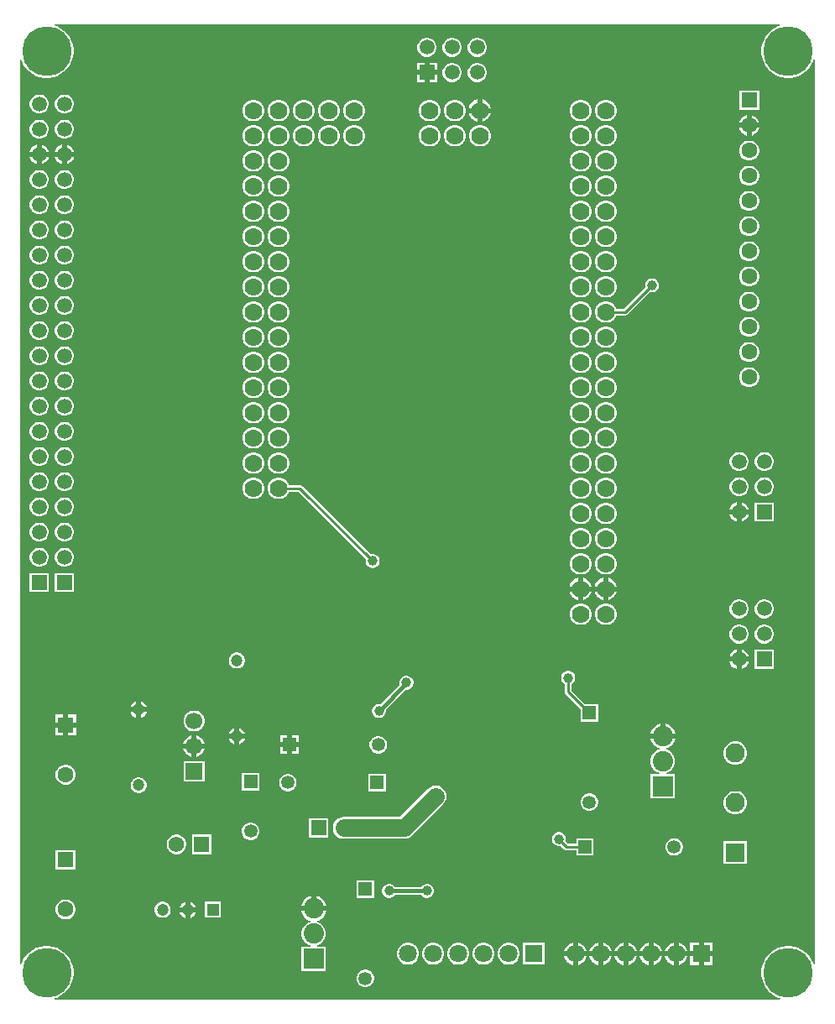
<source format=gbl>
G04*
G04 #@! TF.GenerationSoftware,Altium Limited,Altium Designer,21.9.2 (33)*
G04*
G04 Layer_Physical_Order=2*
G04 Layer_Color=16711680*
%FSLAX25Y25*%
%MOIN*%
G70*
G04*
G04 #@! TF.SameCoordinates,93054606-FE03-420F-9484-365B998A07D4*
G04*
G04*
G04 #@! TF.FilePolarity,Positive*
G04*
G01*
G75*
%ADD12C,0.01000*%
%ADD28R,0.06181X0.06181*%
%ADD29C,0.06181*%
%ADD33R,0.08071X0.08071*%
%ADD34C,0.08071*%
%ADD38C,0.07000*%
%ADD39C,0.01500*%
%ADD40R,0.05906X0.05906*%
%ADD41C,0.05906*%
%ADD42C,0.04724*%
%ADD43C,0.06299*%
%ADD44R,0.06299X0.06299*%
%ADD45C,0.07087*%
%ADD46R,0.07087X0.07087*%
%ADD47C,0.05315*%
%ADD48R,0.05315X0.05315*%
%ADD49R,0.05315X0.05315*%
%ADD50C,0.19685*%
%ADD51R,0.05906X0.05906*%
%ADD52C,0.07000*%
%ADD53R,0.04724X0.04724*%
%ADD54R,0.06693X0.06693*%
%ADD55C,0.06693*%
%ADD56C,0.07677*%
%ADD57R,0.07677X0.07677*%
%ADD58C,0.03937*%
G36*
X314844Y388665D02*
X313915Y388363D01*
X312422Y387602D01*
X311067Y386618D01*
X309882Y385433D01*
X308898Y384078D01*
X308137Y382585D01*
X307620Y380992D01*
X307358Y379338D01*
Y377662D01*
X307620Y376008D01*
X308137Y374415D01*
X308898Y372922D01*
X309882Y371567D01*
X311067Y370382D01*
X312422Y369398D01*
X313915Y368637D01*
X315508Y368120D01*
X317162Y367858D01*
X318838D01*
X320492Y368120D01*
X322085Y368637D01*
X323578Y369398D01*
X324933Y370382D01*
X326118Y371567D01*
X327102Y372922D01*
X327863Y374415D01*
X328165Y375344D01*
X328665Y375265D01*
Y15735D01*
X328165Y15656D01*
X327863Y16585D01*
X327102Y18078D01*
X326118Y19433D01*
X324933Y20618D01*
X323578Y21602D01*
X322085Y22363D01*
X320492Y22881D01*
X318838Y23143D01*
X317162D01*
X315508Y22881D01*
X313915Y22363D01*
X312422Y21602D01*
X311067Y20618D01*
X309882Y19433D01*
X308898Y18078D01*
X308137Y16585D01*
X307620Y14992D01*
X307358Y13338D01*
Y11662D01*
X307620Y10008D01*
X308137Y8415D01*
X308898Y6922D01*
X309882Y5567D01*
X311067Y4382D01*
X312422Y3398D01*
X313915Y2637D01*
X314844Y2335D01*
X314765Y1835D01*
X26735D01*
X26656Y2335D01*
X27585Y2637D01*
X29078Y3398D01*
X30433Y4382D01*
X31618Y5567D01*
X32602Y6922D01*
X33363Y8415D01*
X33880Y10008D01*
X34143Y11662D01*
Y13338D01*
X33880Y14992D01*
X33363Y16585D01*
X32602Y18078D01*
X31618Y19433D01*
X30433Y20618D01*
X29078Y21602D01*
X27585Y22363D01*
X25992Y22881D01*
X24338Y23143D01*
X22662D01*
X21008Y22881D01*
X19415Y22363D01*
X17922Y21602D01*
X16567Y20618D01*
X15382Y19433D01*
X14398Y18078D01*
X13637Y16585D01*
X13335Y15656D01*
X12835Y15735D01*
Y375265D01*
X13335Y375344D01*
X13637Y374415D01*
X14398Y372922D01*
X15382Y371567D01*
X16567Y370382D01*
X17922Y369398D01*
X19415Y368637D01*
X21008Y368120D01*
X22662Y367858D01*
X24338D01*
X25992Y368120D01*
X27585Y368637D01*
X29078Y369398D01*
X30433Y370382D01*
X31618Y371567D01*
X32602Y372922D01*
X33363Y374415D01*
X33880Y376008D01*
X34143Y377662D01*
Y379338D01*
X33880Y380992D01*
X33363Y382585D01*
X32602Y384078D01*
X31618Y385433D01*
X30433Y386618D01*
X29078Y387602D01*
X27585Y388363D01*
X26656Y388665D01*
X26735Y389165D01*
X314765D01*
X314844Y388665D01*
D02*
G37*
%LPC*%
G36*
X194994Y383753D02*
X194006D01*
X193052Y383497D01*
X192196Y383003D01*
X191497Y382304D01*
X191003Y381449D01*
X190747Y380494D01*
Y379506D01*
X191003Y378552D01*
X191497Y377696D01*
X192196Y376997D01*
X193052Y376503D01*
X194006Y376247D01*
X194994D01*
X195949Y376503D01*
X196804Y376997D01*
X197503Y377696D01*
X197997Y378552D01*
X198253Y379506D01*
Y380494D01*
X197997Y381449D01*
X197503Y382304D01*
X196804Y383003D01*
X195949Y383497D01*
X194994Y383753D01*
D02*
G37*
G36*
X184994D02*
X184006D01*
X183052Y383497D01*
X182196Y383003D01*
X181497Y382304D01*
X181003Y381449D01*
X180747Y380494D01*
Y379506D01*
X181003Y378552D01*
X181497Y377696D01*
X182196Y376997D01*
X183052Y376503D01*
X184006Y376247D01*
X184994D01*
X185949Y376503D01*
X186804Y376997D01*
X187503Y377696D01*
X187997Y378552D01*
X188253Y379506D01*
Y380494D01*
X187997Y381449D01*
X187503Y382304D01*
X186804Y383003D01*
X185949Y383497D01*
X184994Y383753D01*
D02*
G37*
G36*
X174994D02*
X174006D01*
X173052Y383497D01*
X172196Y383003D01*
X171497Y382304D01*
X171003Y381449D01*
X170747Y380494D01*
Y379506D01*
X171003Y378552D01*
X171497Y377696D01*
X172196Y376997D01*
X173052Y376503D01*
X174006Y376247D01*
X174994D01*
X175949Y376503D01*
X176804Y376997D01*
X177503Y377696D01*
X177997Y378552D01*
X178253Y379506D01*
Y380494D01*
X177997Y381449D01*
X177503Y382304D01*
X176804Y383003D01*
X175949Y383497D01*
X174994Y383753D01*
D02*
G37*
G36*
X178453Y373953D02*
X175500D01*
Y371000D01*
X178453D01*
Y373953D01*
D02*
G37*
G36*
X173500D02*
X170547D01*
Y371000D01*
X173500D01*
Y373953D01*
D02*
G37*
G36*
X194994Y373753D02*
X194006D01*
X193052Y373497D01*
X192196Y373003D01*
X191497Y372304D01*
X191003Y371448D01*
X190747Y370494D01*
Y369506D01*
X191003Y368551D01*
X191497Y367696D01*
X192196Y366997D01*
X193052Y366503D01*
X194006Y366247D01*
X194994D01*
X195949Y366503D01*
X196804Y366997D01*
X197503Y367696D01*
X197997Y368551D01*
X198253Y369506D01*
Y370494D01*
X197997Y371448D01*
X197503Y372304D01*
X196804Y373003D01*
X195949Y373497D01*
X194994Y373753D01*
D02*
G37*
G36*
X184994D02*
X184006D01*
X183052Y373497D01*
X182196Y373003D01*
X181497Y372304D01*
X181003Y371448D01*
X180747Y370494D01*
Y369506D01*
X181003Y368551D01*
X181497Y367696D01*
X182196Y366997D01*
X183052Y366503D01*
X184006Y366247D01*
X184994D01*
X185949Y366503D01*
X186804Y366997D01*
X187503Y367696D01*
X187997Y368551D01*
X188253Y369506D01*
Y370494D01*
X187997Y371448D01*
X187503Y372304D01*
X186804Y373003D01*
X185949Y373497D01*
X184994Y373753D01*
D02*
G37*
G36*
X178453Y369000D02*
X175500D01*
Y366047D01*
X178453D01*
Y369000D01*
D02*
G37*
G36*
X173500D02*
X170547D01*
Y366047D01*
X173500D01*
Y369000D01*
D02*
G37*
G36*
X196498Y359342D02*
Y355951D01*
X199889D01*
X199691Y356688D01*
X199099Y357715D01*
X198261Y358552D01*
X197235Y359145D01*
X196498Y359342D01*
D02*
G37*
G36*
X194498Y359342D02*
X193761Y359145D01*
X192735Y358552D01*
X191897Y357715D01*
X191304Y356688D01*
X191107Y355951D01*
X194498D01*
Y359342D01*
D02*
G37*
G36*
X306450Y362950D02*
X298550D01*
Y355050D01*
X306450D01*
Y362950D01*
D02*
G37*
G36*
X30994Y361253D02*
X30006D01*
X29052Y360997D01*
X28196Y360503D01*
X27497Y359804D01*
X27003Y358948D01*
X26747Y357994D01*
Y357006D01*
X27003Y356051D01*
X27497Y355196D01*
X28196Y354497D01*
X29052Y354003D01*
X30006Y353747D01*
X30994D01*
X31949Y354003D01*
X32804Y354497D01*
X33503Y355196D01*
X33997Y356051D01*
X34253Y357006D01*
Y357994D01*
X33997Y358948D01*
X33503Y359804D01*
X32804Y360503D01*
X31949Y360997D01*
X30994Y361253D01*
D02*
G37*
G36*
X20994D02*
X20006D01*
X19051Y360997D01*
X18196Y360503D01*
X17497Y359804D01*
X17003Y358948D01*
X16747Y357994D01*
Y357006D01*
X17003Y356051D01*
X17497Y355196D01*
X18196Y354497D01*
X19051Y354003D01*
X20006Y353747D01*
X20994D01*
X21948Y354003D01*
X22804Y354497D01*
X23503Y355196D01*
X23997Y356051D01*
X24253Y357006D01*
Y357994D01*
X23997Y358948D01*
X23503Y359804D01*
X22804Y360503D01*
X21948Y360997D01*
X20994Y361253D01*
D02*
G37*
G36*
X246064Y359251D02*
X244932D01*
X243838Y358958D01*
X242858Y358392D01*
X242057Y357592D01*
X241491Y356611D01*
X241198Y355518D01*
Y354385D01*
X241491Y353292D01*
X242057Y352311D01*
X242858Y351511D01*
X243838Y350944D01*
X244932Y350651D01*
X246064D01*
X247158Y350944D01*
X248138Y351511D01*
X248939Y352311D01*
X249505Y353292D01*
X249798Y354385D01*
Y355518D01*
X249505Y356611D01*
X248939Y357592D01*
X248138Y358392D01*
X247158Y358958D01*
X246064Y359251D01*
D02*
G37*
G36*
X236064D02*
X234932D01*
X233838Y358958D01*
X232857Y358392D01*
X232057Y357592D01*
X231491Y356611D01*
X231198Y355518D01*
Y354385D01*
X231491Y353292D01*
X232057Y352311D01*
X232857Y351511D01*
X233838Y350944D01*
X234932Y350651D01*
X236064D01*
X237158Y350944D01*
X238138Y351511D01*
X238939Y352311D01*
X239505Y353292D01*
X239798Y354385D01*
Y355518D01*
X239505Y356611D01*
X238939Y357592D01*
X238138Y358392D01*
X237158Y358958D01*
X236064Y359251D01*
D02*
G37*
G36*
X186064D02*
X184932D01*
X183838Y358958D01*
X182857Y358392D01*
X182057Y357592D01*
X181491Y356611D01*
X181198Y355518D01*
Y354385D01*
X181491Y353292D01*
X182057Y352311D01*
X182857Y351511D01*
X183838Y350944D01*
X184932Y350651D01*
X186064D01*
X187157Y350944D01*
X188138Y351511D01*
X188939Y352311D01*
X189505Y353292D01*
X189798Y354385D01*
Y355518D01*
X189505Y356611D01*
X188939Y357592D01*
X188138Y358392D01*
X187157Y358958D01*
X186064Y359251D01*
D02*
G37*
G36*
X176064D02*
X174932D01*
X173838Y358958D01*
X172857Y358392D01*
X172057Y357592D01*
X171491Y356611D01*
X171198Y355518D01*
Y354385D01*
X171491Y353292D01*
X172057Y352311D01*
X172857Y351511D01*
X173838Y350944D01*
X174932Y350651D01*
X176064D01*
X177157Y350944D01*
X178138Y351511D01*
X178939Y352311D01*
X179505Y353292D01*
X179798Y354385D01*
Y355518D01*
X179505Y356611D01*
X178939Y357592D01*
X178138Y358392D01*
X177157Y358958D01*
X176064Y359251D01*
D02*
G37*
G36*
X146064D02*
X144932D01*
X143838Y358958D01*
X142857Y358392D01*
X142057Y357592D01*
X141491Y356611D01*
X141198Y355518D01*
Y354385D01*
X141491Y353292D01*
X142057Y352311D01*
X142857Y351511D01*
X143838Y350944D01*
X144932Y350651D01*
X146064D01*
X147157Y350944D01*
X148138Y351511D01*
X148939Y352311D01*
X149505Y353292D01*
X149798Y354385D01*
Y355518D01*
X149505Y356611D01*
X148939Y357592D01*
X148138Y358392D01*
X147157Y358958D01*
X146064Y359251D01*
D02*
G37*
G36*
X136064D02*
X134932D01*
X133838Y358958D01*
X132857Y358392D01*
X132057Y357592D01*
X131491Y356611D01*
X131198Y355518D01*
Y354385D01*
X131491Y353292D01*
X132057Y352311D01*
X132857Y351511D01*
X133838Y350944D01*
X134932Y350651D01*
X136064D01*
X137157Y350944D01*
X138138Y351511D01*
X138939Y352311D01*
X139505Y353292D01*
X139798Y354385D01*
Y355518D01*
X139505Y356611D01*
X138939Y357592D01*
X138138Y358392D01*
X137157Y358958D01*
X136064Y359251D01*
D02*
G37*
G36*
X126064D02*
X124932D01*
X123838Y358958D01*
X122857Y358392D01*
X122057Y357592D01*
X121491Y356611D01*
X121198Y355518D01*
Y354385D01*
X121491Y353292D01*
X122057Y352311D01*
X122857Y351511D01*
X123838Y350944D01*
X124932Y350651D01*
X126064D01*
X127157Y350944D01*
X128138Y351511D01*
X128939Y352311D01*
X129505Y353292D01*
X129798Y354385D01*
Y355518D01*
X129505Y356611D01*
X128939Y357592D01*
X128138Y358392D01*
X127157Y358958D01*
X126064Y359251D01*
D02*
G37*
G36*
X116064D02*
X114932D01*
X113838Y358958D01*
X112857Y358392D01*
X112057Y357592D01*
X111491Y356611D01*
X111198Y355518D01*
Y354385D01*
X111491Y353292D01*
X112057Y352311D01*
X112857Y351511D01*
X113838Y350944D01*
X114932Y350651D01*
X116064D01*
X117157Y350944D01*
X118138Y351511D01*
X118939Y352311D01*
X119505Y353292D01*
X119798Y354385D01*
Y355518D01*
X119505Y356611D01*
X118939Y357592D01*
X118138Y358392D01*
X117157Y358958D01*
X116064Y359251D01*
D02*
G37*
G36*
X106064D02*
X104932D01*
X103838Y358958D01*
X102857Y358392D01*
X102057Y357592D01*
X101491Y356611D01*
X101198Y355518D01*
Y354385D01*
X101491Y353292D01*
X102057Y352311D01*
X102857Y351511D01*
X103838Y350944D01*
X104932Y350651D01*
X106064D01*
X107157Y350944D01*
X108138Y351511D01*
X108939Y352311D01*
X109505Y353292D01*
X109798Y354385D01*
Y355518D01*
X109505Y356611D01*
X108939Y357592D01*
X108138Y358392D01*
X107157Y358958D01*
X106064Y359251D01*
D02*
G37*
G36*
X199889Y353951D02*
X196498D01*
Y350561D01*
X197235Y350758D01*
X198261Y351350D01*
X199099Y352188D01*
X199691Y353215D01*
X199889Y353951D01*
D02*
G37*
G36*
X194498D02*
X191107D01*
X191304Y353215D01*
X191897Y352188D01*
X192735Y351350D01*
X193761Y350758D01*
X194498Y350561D01*
Y353951D01*
D02*
G37*
G36*
X303500Y353028D02*
Y350000D01*
X306528D01*
X306367Y350602D01*
X305820Y351548D01*
X305048Y352321D01*
X304102Y352867D01*
X303500Y353028D01*
D02*
G37*
G36*
X301500D02*
X300898Y352867D01*
X299952Y352321D01*
X299180Y351548D01*
X298633Y350602D01*
X298472Y350000D01*
X301500D01*
Y353028D01*
D02*
G37*
G36*
X306528Y348000D02*
X303500D01*
Y344972D01*
X304102Y345133D01*
X305048Y345679D01*
X305820Y346452D01*
X306367Y347398D01*
X306528Y348000D01*
D02*
G37*
G36*
X301500D02*
X298472D01*
X298633Y347398D01*
X299180Y346452D01*
X299952Y345679D01*
X300898Y345133D01*
X301500Y344972D01*
Y348000D01*
D02*
G37*
G36*
X30994Y351253D02*
X30006D01*
X29052Y350997D01*
X28196Y350503D01*
X27497Y349804D01*
X27003Y348949D01*
X26747Y347994D01*
Y347006D01*
X27003Y346052D01*
X27497Y345196D01*
X28196Y344497D01*
X29052Y344003D01*
X30006Y343747D01*
X30994D01*
X31949Y344003D01*
X32804Y344497D01*
X33503Y345196D01*
X33997Y346052D01*
X34253Y347006D01*
Y347994D01*
X33997Y348949D01*
X33503Y349804D01*
X32804Y350503D01*
X31949Y350997D01*
X30994Y351253D01*
D02*
G37*
G36*
X20994D02*
X20006D01*
X19051Y350997D01*
X18196Y350503D01*
X17497Y349804D01*
X17003Y348949D01*
X16747Y347994D01*
Y347006D01*
X17003Y346052D01*
X17497Y345196D01*
X18196Y344497D01*
X19051Y344003D01*
X20006Y343747D01*
X20994D01*
X21948Y344003D01*
X22804Y344497D01*
X23503Y345196D01*
X23997Y346052D01*
X24253Y347006D01*
Y347994D01*
X23997Y348949D01*
X23503Y349804D01*
X22804Y350503D01*
X21948Y350997D01*
X20994Y351253D01*
D02*
G37*
G36*
X246064Y349251D02*
X244932D01*
X243838Y348958D01*
X242858Y348392D01*
X242057Y347592D01*
X241491Y346611D01*
X241198Y345517D01*
Y344385D01*
X241491Y343292D01*
X242057Y342311D01*
X242858Y341511D01*
X243838Y340945D01*
X244932Y340651D01*
X246064D01*
X247158Y340945D01*
X248138Y341511D01*
X248939Y342311D01*
X249505Y343292D01*
X249798Y344385D01*
Y345517D01*
X249505Y346611D01*
X248939Y347592D01*
X248138Y348392D01*
X247158Y348958D01*
X246064Y349251D01*
D02*
G37*
G36*
X236064D02*
X234932D01*
X233838Y348958D01*
X232857Y348392D01*
X232057Y347592D01*
X231491Y346611D01*
X231198Y345517D01*
Y344385D01*
X231491Y343292D01*
X232057Y342311D01*
X232857Y341511D01*
X233838Y340945D01*
X234932Y340651D01*
X236064D01*
X237158Y340945D01*
X238138Y341511D01*
X238939Y342311D01*
X239505Y343292D01*
X239798Y344385D01*
Y345517D01*
X239505Y346611D01*
X238939Y347592D01*
X238138Y348392D01*
X237158Y348958D01*
X236064Y349251D01*
D02*
G37*
G36*
X196064D02*
X194932D01*
X193838Y348958D01*
X192857Y348392D01*
X192057Y347592D01*
X191491Y346611D01*
X191198Y345517D01*
Y344385D01*
X191491Y343292D01*
X192057Y342311D01*
X192857Y341511D01*
X193838Y340945D01*
X194932Y340651D01*
X196064D01*
X197157Y340945D01*
X198138Y341511D01*
X198939Y342311D01*
X199505Y343292D01*
X199798Y344385D01*
Y345517D01*
X199505Y346611D01*
X198939Y347592D01*
X198138Y348392D01*
X197157Y348958D01*
X196064Y349251D01*
D02*
G37*
G36*
X186064D02*
X184932D01*
X183838Y348958D01*
X182857Y348392D01*
X182057Y347592D01*
X181491Y346611D01*
X181198Y345517D01*
Y344385D01*
X181491Y343292D01*
X182057Y342311D01*
X182857Y341511D01*
X183838Y340945D01*
X184932Y340651D01*
X186064D01*
X187157Y340945D01*
X188138Y341511D01*
X188939Y342311D01*
X189505Y343292D01*
X189798Y344385D01*
Y345517D01*
X189505Y346611D01*
X188939Y347592D01*
X188138Y348392D01*
X187157Y348958D01*
X186064Y349251D01*
D02*
G37*
G36*
X176064D02*
X174932D01*
X173838Y348958D01*
X172857Y348392D01*
X172057Y347592D01*
X171491Y346611D01*
X171198Y345517D01*
Y344385D01*
X171491Y343292D01*
X172057Y342311D01*
X172857Y341511D01*
X173838Y340945D01*
X174932Y340651D01*
X176064D01*
X177157Y340945D01*
X178138Y341511D01*
X178939Y342311D01*
X179505Y343292D01*
X179798Y344385D01*
Y345517D01*
X179505Y346611D01*
X178939Y347592D01*
X178138Y348392D01*
X177157Y348958D01*
X176064Y349251D01*
D02*
G37*
G36*
X146064D02*
X144932D01*
X143838Y348958D01*
X142857Y348392D01*
X142057Y347592D01*
X141491Y346611D01*
X141198Y345517D01*
Y344385D01*
X141491Y343292D01*
X142057Y342311D01*
X142857Y341511D01*
X143838Y340945D01*
X144932Y340651D01*
X146064D01*
X147157Y340945D01*
X148138Y341511D01*
X148939Y342311D01*
X149505Y343292D01*
X149798Y344385D01*
Y345517D01*
X149505Y346611D01*
X148939Y347592D01*
X148138Y348392D01*
X147157Y348958D01*
X146064Y349251D01*
D02*
G37*
G36*
X136064D02*
X134932D01*
X133838Y348958D01*
X132857Y348392D01*
X132057Y347592D01*
X131491Y346611D01*
X131198Y345517D01*
Y344385D01*
X131491Y343292D01*
X132057Y342311D01*
X132857Y341511D01*
X133838Y340945D01*
X134932Y340651D01*
X136064D01*
X137157Y340945D01*
X138138Y341511D01*
X138939Y342311D01*
X139505Y343292D01*
X139798Y344385D01*
Y345517D01*
X139505Y346611D01*
X138939Y347592D01*
X138138Y348392D01*
X137157Y348958D01*
X136064Y349251D01*
D02*
G37*
G36*
X126064D02*
X124932D01*
X123838Y348958D01*
X122857Y348392D01*
X122057Y347592D01*
X121491Y346611D01*
X121198Y345517D01*
Y344385D01*
X121491Y343292D01*
X122057Y342311D01*
X122857Y341511D01*
X123838Y340945D01*
X124932Y340651D01*
X126064D01*
X127157Y340945D01*
X128138Y341511D01*
X128939Y342311D01*
X129505Y343292D01*
X129798Y344385D01*
Y345517D01*
X129505Y346611D01*
X128939Y347592D01*
X128138Y348392D01*
X127157Y348958D01*
X126064Y349251D01*
D02*
G37*
G36*
X116064D02*
X114932D01*
X113838Y348958D01*
X112857Y348392D01*
X112057Y347592D01*
X111491Y346611D01*
X111198Y345517D01*
Y344385D01*
X111491Y343292D01*
X112057Y342311D01*
X112857Y341511D01*
X113838Y340945D01*
X114932Y340651D01*
X116064D01*
X117157Y340945D01*
X118138Y341511D01*
X118939Y342311D01*
X119505Y343292D01*
X119798Y344385D01*
Y345517D01*
X119505Y346611D01*
X118939Y347592D01*
X118138Y348392D01*
X117157Y348958D01*
X116064Y349251D01*
D02*
G37*
G36*
X106064D02*
X104932D01*
X103838Y348958D01*
X102857Y348392D01*
X102057Y347592D01*
X101491Y346611D01*
X101198Y345517D01*
Y344385D01*
X101491Y343292D01*
X102057Y342311D01*
X102857Y341511D01*
X103838Y340945D01*
X104932Y340651D01*
X106064D01*
X107157Y340945D01*
X108138Y341511D01*
X108939Y342311D01*
X109505Y343292D01*
X109798Y344385D01*
Y345517D01*
X109505Y346611D01*
X108939Y347592D01*
X108138Y348392D01*
X107157Y348958D01*
X106064Y349251D01*
D02*
G37*
G36*
X31500Y341324D02*
Y338500D01*
X34324D01*
X34183Y339026D01*
X33663Y339927D01*
X32927Y340663D01*
X32026Y341183D01*
X31500Y341324D01*
D02*
G37*
G36*
X21500D02*
Y338500D01*
X24324D01*
X24183Y339026D01*
X23663Y339927D01*
X22927Y340663D01*
X22026Y341183D01*
X21500Y341324D01*
D02*
G37*
G36*
X29500D02*
X28974Y341183D01*
X28073Y340663D01*
X27337Y339927D01*
X26817Y339026D01*
X26676Y338500D01*
X29500D01*
Y341324D01*
D02*
G37*
G36*
X19500D02*
X18974Y341183D01*
X18073Y340663D01*
X17337Y339927D01*
X16817Y339026D01*
X16676Y338500D01*
X19500D01*
Y341324D01*
D02*
G37*
G36*
X303020Y342950D02*
X301980D01*
X300975Y342680D01*
X300075Y342161D01*
X299340Y341425D01*
X298820Y340525D01*
X298550Y339520D01*
Y338480D01*
X298820Y337475D01*
X299340Y336575D01*
X300075Y335840D01*
X300975Y335320D01*
X301980Y335050D01*
X303020D01*
X304025Y335320D01*
X304925Y335840D01*
X305661Y336575D01*
X306180Y337475D01*
X306450Y338480D01*
Y339520D01*
X306180Y340525D01*
X305661Y341425D01*
X304925Y342161D01*
X304025Y342680D01*
X303020Y342950D01*
D02*
G37*
G36*
X34324Y336500D02*
X31500D01*
Y333676D01*
X32026Y333817D01*
X32927Y334337D01*
X33663Y335073D01*
X34183Y335974D01*
X34324Y336500D01*
D02*
G37*
G36*
X24324D02*
X21500D01*
Y333676D01*
X22026Y333817D01*
X22927Y334337D01*
X23663Y335073D01*
X24183Y335974D01*
X24324Y336500D01*
D02*
G37*
G36*
X19500D02*
X16676D01*
X16817Y335974D01*
X17337Y335073D01*
X18073Y334337D01*
X18974Y333817D01*
X19500Y333676D01*
Y336500D01*
D02*
G37*
G36*
X29500D02*
X26676D01*
X26817Y335974D01*
X27337Y335073D01*
X28073Y334337D01*
X28974Y333817D01*
X29500Y333676D01*
Y336500D01*
D02*
G37*
G36*
X246064Y339251D02*
X244932D01*
X243838Y338958D01*
X242858Y338392D01*
X242057Y337592D01*
X241491Y336611D01*
X241198Y335518D01*
Y334385D01*
X241491Y333292D01*
X242057Y332311D01*
X242858Y331511D01*
X243838Y330944D01*
X244932Y330651D01*
X246064D01*
X247158Y330944D01*
X248138Y331511D01*
X248939Y332311D01*
X249505Y333292D01*
X249798Y334385D01*
Y335518D01*
X249505Y336611D01*
X248939Y337592D01*
X248138Y338392D01*
X247158Y338958D01*
X246064Y339251D01*
D02*
G37*
G36*
X236064D02*
X234932D01*
X233838Y338958D01*
X232857Y338392D01*
X232057Y337592D01*
X231491Y336611D01*
X231198Y335518D01*
Y334385D01*
X231491Y333292D01*
X232057Y332311D01*
X232857Y331511D01*
X233838Y330944D01*
X234932Y330651D01*
X236064D01*
X237158Y330944D01*
X238138Y331511D01*
X238939Y332311D01*
X239505Y333292D01*
X239798Y334385D01*
Y335518D01*
X239505Y336611D01*
X238939Y337592D01*
X238138Y338392D01*
X237158Y338958D01*
X236064Y339251D01*
D02*
G37*
G36*
X116064D02*
X114932D01*
X113838Y338958D01*
X112857Y338392D01*
X112057Y337592D01*
X111491Y336611D01*
X111198Y335518D01*
Y334385D01*
X111491Y333292D01*
X112057Y332311D01*
X112857Y331511D01*
X113838Y330944D01*
X114932Y330651D01*
X116064D01*
X117157Y330944D01*
X118138Y331511D01*
X118939Y332311D01*
X119505Y333292D01*
X119798Y334385D01*
Y335518D01*
X119505Y336611D01*
X118939Y337592D01*
X118138Y338392D01*
X117157Y338958D01*
X116064Y339251D01*
D02*
G37*
G36*
X106064D02*
X104932D01*
X103838Y338958D01*
X102857Y338392D01*
X102057Y337592D01*
X101491Y336611D01*
X101198Y335518D01*
Y334385D01*
X101491Y333292D01*
X102057Y332311D01*
X102857Y331511D01*
X103838Y330944D01*
X104932Y330651D01*
X106064D01*
X107157Y330944D01*
X108138Y331511D01*
X108939Y332311D01*
X109505Y333292D01*
X109798Y334385D01*
Y335518D01*
X109505Y336611D01*
X108939Y337592D01*
X108138Y338392D01*
X107157Y338958D01*
X106064Y339251D01*
D02*
G37*
G36*
X303020Y332950D02*
X301980D01*
X300975Y332680D01*
X300075Y332160D01*
X299340Y331425D01*
X298820Y330524D01*
X298550Y329520D01*
Y328480D01*
X298820Y327476D01*
X299340Y326575D01*
X300075Y325839D01*
X300975Y325320D01*
X301980Y325050D01*
X303020D01*
X304025Y325320D01*
X304925Y325839D01*
X305661Y326575D01*
X306180Y327476D01*
X306450Y328480D01*
Y329520D01*
X306180Y330524D01*
X305661Y331425D01*
X304925Y332160D01*
X304025Y332680D01*
X303020Y332950D01*
D02*
G37*
G36*
X30994Y331253D02*
X30006D01*
X29052Y330997D01*
X28196Y330503D01*
X27497Y329804D01*
X27003Y328948D01*
X26747Y327994D01*
Y327006D01*
X27003Y326051D01*
X27497Y325196D01*
X28196Y324497D01*
X29052Y324003D01*
X30006Y323747D01*
X30994D01*
X31949Y324003D01*
X32804Y324497D01*
X33503Y325196D01*
X33997Y326051D01*
X34253Y327006D01*
Y327994D01*
X33997Y328948D01*
X33503Y329804D01*
X32804Y330503D01*
X31949Y330997D01*
X30994Y331253D01*
D02*
G37*
G36*
X20994D02*
X20006D01*
X19051Y330997D01*
X18196Y330503D01*
X17497Y329804D01*
X17003Y328948D01*
X16747Y327994D01*
Y327006D01*
X17003Y326051D01*
X17497Y325196D01*
X18196Y324497D01*
X19051Y324003D01*
X20006Y323747D01*
X20994D01*
X21948Y324003D01*
X22804Y324497D01*
X23503Y325196D01*
X23997Y326051D01*
X24253Y327006D01*
Y327994D01*
X23997Y328948D01*
X23503Y329804D01*
X22804Y330503D01*
X21948Y330997D01*
X20994Y331253D01*
D02*
G37*
G36*
X246064Y329251D02*
X244932D01*
X243838Y328958D01*
X242858Y328392D01*
X242057Y327592D01*
X241491Y326611D01*
X241198Y325518D01*
Y324385D01*
X241491Y323292D01*
X242057Y322311D01*
X242858Y321511D01*
X243838Y320944D01*
X244932Y320651D01*
X246064D01*
X247158Y320944D01*
X248138Y321511D01*
X248939Y322311D01*
X249505Y323292D01*
X249798Y324385D01*
Y325518D01*
X249505Y326611D01*
X248939Y327592D01*
X248138Y328392D01*
X247158Y328958D01*
X246064Y329251D01*
D02*
G37*
G36*
X236064D02*
X234932D01*
X233838Y328958D01*
X232857Y328392D01*
X232057Y327592D01*
X231491Y326611D01*
X231198Y325518D01*
Y324385D01*
X231491Y323292D01*
X232057Y322311D01*
X232857Y321511D01*
X233838Y320944D01*
X234932Y320651D01*
X236064D01*
X237158Y320944D01*
X238138Y321511D01*
X238939Y322311D01*
X239505Y323292D01*
X239798Y324385D01*
Y325518D01*
X239505Y326611D01*
X238939Y327592D01*
X238138Y328392D01*
X237158Y328958D01*
X236064Y329251D01*
D02*
G37*
G36*
X116064D02*
X114932D01*
X113838Y328958D01*
X112857Y328392D01*
X112057Y327592D01*
X111491Y326611D01*
X111198Y325518D01*
Y324385D01*
X111491Y323292D01*
X112057Y322311D01*
X112857Y321511D01*
X113838Y320944D01*
X114932Y320651D01*
X116064D01*
X117157Y320944D01*
X118138Y321511D01*
X118939Y322311D01*
X119505Y323292D01*
X119798Y324385D01*
Y325518D01*
X119505Y326611D01*
X118939Y327592D01*
X118138Y328392D01*
X117157Y328958D01*
X116064Y329251D01*
D02*
G37*
G36*
X106064D02*
X104932D01*
X103838Y328958D01*
X102857Y328392D01*
X102057Y327592D01*
X101491Y326611D01*
X101198Y325518D01*
Y324385D01*
X101491Y323292D01*
X102057Y322311D01*
X102857Y321511D01*
X103838Y320944D01*
X104932Y320651D01*
X106064D01*
X107157Y320944D01*
X108138Y321511D01*
X108939Y322311D01*
X109505Y323292D01*
X109798Y324385D01*
Y325518D01*
X109505Y326611D01*
X108939Y327592D01*
X108138Y328392D01*
X107157Y328958D01*
X106064Y329251D01*
D02*
G37*
G36*
X303020Y322950D02*
X301980D01*
X300975Y322680D01*
X300075Y322161D01*
X299340Y321425D01*
X298820Y320525D01*
X298550Y319520D01*
Y318480D01*
X298820Y317476D01*
X299340Y316575D01*
X300075Y315840D01*
X300975Y315320D01*
X301980Y315050D01*
X303020D01*
X304025Y315320D01*
X304925Y315840D01*
X305661Y316575D01*
X306180Y317476D01*
X306450Y318480D01*
Y319520D01*
X306180Y320525D01*
X305661Y321425D01*
X304925Y322161D01*
X304025Y322680D01*
X303020Y322950D01*
D02*
G37*
G36*
X30994Y321253D02*
X30006D01*
X29052Y320997D01*
X28196Y320503D01*
X27497Y319804D01*
X27003Y318949D01*
X26747Y317994D01*
Y317006D01*
X27003Y316052D01*
X27497Y315196D01*
X28196Y314497D01*
X29052Y314003D01*
X30006Y313747D01*
X30994D01*
X31949Y314003D01*
X32804Y314497D01*
X33503Y315196D01*
X33997Y316052D01*
X34253Y317006D01*
Y317994D01*
X33997Y318949D01*
X33503Y319804D01*
X32804Y320503D01*
X31949Y320997D01*
X30994Y321253D01*
D02*
G37*
G36*
X20994D02*
X20006D01*
X19051Y320997D01*
X18196Y320503D01*
X17497Y319804D01*
X17003Y318949D01*
X16747Y317994D01*
Y317006D01*
X17003Y316052D01*
X17497Y315196D01*
X18196Y314497D01*
X19051Y314003D01*
X20006Y313747D01*
X20994D01*
X21948Y314003D01*
X22804Y314497D01*
X23503Y315196D01*
X23997Y316052D01*
X24253Y317006D01*
Y317994D01*
X23997Y318949D01*
X23503Y319804D01*
X22804Y320503D01*
X21948Y320997D01*
X20994Y321253D01*
D02*
G37*
G36*
X246064Y319251D02*
X244932D01*
X243838Y318958D01*
X242858Y318392D01*
X242057Y317592D01*
X241491Y316611D01*
X241198Y315517D01*
Y314385D01*
X241491Y313292D01*
X242057Y312311D01*
X242858Y311511D01*
X243838Y310945D01*
X244932Y310651D01*
X246064D01*
X247158Y310945D01*
X248138Y311511D01*
X248939Y312311D01*
X249505Y313292D01*
X249798Y314385D01*
Y315517D01*
X249505Y316611D01*
X248939Y317592D01*
X248138Y318392D01*
X247158Y318958D01*
X246064Y319251D01*
D02*
G37*
G36*
X236064D02*
X234932D01*
X233838Y318958D01*
X232857Y318392D01*
X232057Y317592D01*
X231491Y316611D01*
X231198Y315517D01*
Y314385D01*
X231491Y313292D01*
X232057Y312311D01*
X232857Y311511D01*
X233838Y310945D01*
X234932Y310651D01*
X236064D01*
X237158Y310945D01*
X238138Y311511D01*
X238939Y312311D01*
X239505Y313292D01*
X239798Y314385D01*
Y315517D01*
X239505Y316611D01*
X238939Y317592D01*
X238138Y318392D01*
X237158Y318958D01*
X236064Y319251D01*
D02*
G37*
G36*
X116064D02*
X114932D01*
X113838Y318958D01*
X112857Y318392D01*
X112057Y317592D01*
X111491Y316611D01*
X111198Y315517D01*
Y314385D01*
X111491Y313292D01*
X112057Y312311D01*
X112857Y311511D01*
X113838Y310945D01*
X114932Y310651D01*
X116064D01*
X117157Y310945D01*
X118138Y311511D01*
X118939Y312311D01*
X119505Y313292D01*
X119798Y314385D01*
Y315517D01*
X119505Y316611D01*
X118939Y317592D01*
X118138Y318392D01*
X117157Y318958D01*
X116064Y319251D01*
D02*
G37*
G36*
X106064D02*
X104932D01*
X103838Y318958D01*
X102857Y318392D01*
X102057Y317592D01*
X101491Y316611D01*
X101198Y315517D01*
Y314385D01*
X101491Y313292D01*
X102057Y312311D01*
X102857Y311511D01*
X103838Y310945D01*
X104932Y310651D01*
X106064D01*
X107157Y310945D01*
X108138Y311511D01*
X108939Y312311D01*
X109505Y313292D01*
X109798Y314385D01*
Y315517D01*
X109505Y316611D01*
X108939Y317592D01*
X108138Y318392D01*
X107157Y318958D01*
X106064Y319251D01*
D02*
G37*
G36*
X303020Y312950D02*
X301980D01*
X300975Y312680D01*
X300075Y312160D01*
X299340Y311425D01*
X298820Y310525D01*
X298550Y309520D01*
Y308480D01*
X298820Y307475D01*
X299340Y306575D01*
X300075Y305839D01*
X300975Y305320D01*
X301980Y305050D01*
X303020D01*
X304025Y305320D01*
X304925Y305839D01*
X305661Y306575D01*
X306180Y307475D01*
X306450Y308480D01*
Y309520D01*
X306180Y310525D01*
X305661Y311425D01*
X304925Y312160D01*
X304025Y312680D01*
X303020Y312950D01*
D02*
G37*
G36*
X30994Y311253D02*
X30006D01*
X29052Y310997D01*
X28196Y310503D01*
X27497Y309804D01*
X27003Y308948D01*
X26747Y307994D01*
Y307006D01*
X27003Y306051D01*
X27497Y305196D01*
X28196Y304497D01*
X29052Y304003D01*
X30006Y303747D01*
X30994D01*
X31949Y304003D01*
X32804Y304497D01*
X33503Y305196D01*
X33997Y306051D01*
X34253Y307006D01*
Y307994D01*
X33997Y308948D01*
X33503Y309804D01*
X32804Y310503D01*
X31949Y310997D01*
X30994Y311253D01*
D02*
G37*
G36*
X20994D02*
X20006D01*
X19051Y310997D01*
X18196Y310503D01*
X17497Y309804D01*
X17003Y308948D01*
X16747Y307994D01*
Y307006D01*
X17003Y306051D01*
X17497Y305196D01*
X18196Y304497D01*
X19051Y304003D01*
X20006Y303747D01*
X20994D01*
X21948Y304003D01*
X22804Y304497D01*
X23503Y305196D01*
X23997Y306051D01*
X24253Y307006D01*
Y307994D01*
X23997Y308948D01*
X23503Y309804D01*
X22804Y310503D01*
X21948Y310997D01*
X20994Y311253D01*
D02*
G37*
G36*
X246064Y309251D02*
X244932D01*
X243838Y308958D01*
X242858Y308392D01*
X242057Y307592D01*
X241491Y306611D01*
X241198Y305518D01*
Y304385D01*
X241491Y303292D01*
X242057Y302311D01*
X242858Y301511D01*
X243838Y300944D01*
X244932Y300651D01*
X246064D01*
X247158Y300944D01*
X248138Y301511D01*
X248939Y302311D01*
X249505Y303292D01*
X249798Y304385D01*
Y305518D01*
X249505Y306611D01*
X248939Y307592D01*
X248138Y308392D01*
X247158Y308958D01*
X246064Y309251D01*
D02*
G37*
G36*
X236064D02*
X234932D01*
X233838Y308958D01*
X232857Y308392D01*
X232057Y307592D01*
X231491Y306611D01*
X231198Y305518D01*
Y304385D01*
X231491Y303292D01*
X232057Y302311D01*
X232857Y301511D01*
X233838Y300944D01*
X234932Y300651D01*
X236064D01*
X237158Y300944D01*
X238138Y301511D01*
X238939Y302311D01*
X239505Y303292D01*
X239798Y304385D01*
Y305518D01*
X239505Y306611D01*
X238939Y307592D01*
X238138Y308392D01*
X237158Y308958D01*
X236064Y309251D01*
D02*
G37*
G36*
X116064D02*
X114932D01*
X113838Y308958D01*
X112857Y308392D01*
X112057Y307592D01*
X111491Y306611D01*
X111198Y305518D01*
Y304385D01*
X111491Y303292D01*
X112057Y302311D01*
X112857Y301511D01*
X113838Y300944D01*
X114932Y300651D01*
X116064D01*
X117157Y300944D01*
X118138Y301511D01*
X118939Y302311D01*
X119505Y303292D01*
X119798Y304385D01*
Y305518D01*
X119505Y306611D01*
X118939Y307592D01*
X118138Y308392D01*
X117157Y308958D01*
X116064Y309251D01*
D02*
G37*
G36*
X106064D02*
X104932D01*
X103838Y308958D01*
X102857Y308392D01*
X102057Y307592D01*
X101491Y306611D01*
X101198Y305518D01*
Y304385D01*
X101491Y303292D01*
X102057Y302311D01*
X102857Y301511D01*
X103838Y300944D01*
X104932Y300651D01*
X106064D01*
X107157Y300944D01*
X108138Y301511D01*
X108939Y302311D01*
X109505Y303292D01*
X109798Y304385D01*
Y305518D01*
X109505Y306611D01*
X108939Y307592D01*
X108138Y308392D01*
X107157Y308958D01*
X106064Y309251D01*
D02*
G37*
G36*
X303020Y302950D02*
X301980D01*
X300975Y302680D01*
X300075Y302161D01*
X299340Y301425D01*
X298820Y300524D01*
X298550Y299520D01*
Y298480D01*
X298820Y297476D01*
X299340Y296575D01*
X300075Y295840D01*
X300975Y295320D01*
X301980Y295050D01*
X303020D01*
X304025Y295320D01*
X304925Y295840D01*
X305661Y296575D01*
X306180Y297476D01*
X306450Y298480D01*
Y299520D01*
X306180Y300524D01*
X305661Y301425D01*
X304925Y302161D01*
X304025Y302680D01*
X303020Y302950D01*
D02*
G37*
G36*
X30994Y301253D02*
X30006D01*
X29052Y300997D01*
X28196Y300503D01*
X27497Y299804D01*
X27003Y298949D01*
X26747Y297994D01*
Y297006D01*
X27003Y296052D01*
X27497Y295196D01*
X28196Y294497D01*
X29052Y294003D01*
X30006Y293747D01*
X30994D01*
X31949Y294003D01*
X32804Y294497D01*
X33503Y295196D01*
X33997Y296052D01*
X34253Y297006D01*
Y297994D01*
X33997Y298949D01*
X33503Y299804D01*
X32804Y300503D01*
X31949Y300997D01*
X30994Y301253D01*
D02*
G37*
G36*
X20994D02*
X20006D01*
X19051Y300997D01*
X18196Y300503D01*
X17497Y299804D01*
X17003Y298949D01*
X16747Y297994D01*
Y297006D01*
X17003Y296052D01*
X17497Y295196D01*
X18196Y294497D01*
X19051Y294003D01*
X20006Y293747D01*
X20994D01*
X21948Y294003D01*
X22804Y294497D01*
X23503Y295196D01*
X23997Y296052D01*
X24253Y297006D01*
Y297994D01*
X23997Y298949D01*
X23503Y299804D01*
X22804Y300503D01*
X21948Y300997D01*
X20994Y301253D01*
D02*
G37*
G36*
X246064Y299251D02*
X244932D01*
X243838Y298958D01*
X242858Y298392D01*
X242057Y297592D01*
X241491Y296611D01*
X241198Y295517D01*
Y294385D01*
X241491Y293292D01*
X242057Y292311D01*
X242858Y291511D01*
X243838Y290945D01*
X244932Y290651D01*
X246064D01*
X247158Y290945D01*
X248138Y291511D01*
X248939Y292311D01*
X249505Y293292D01*
X249798Y294385D01*
Y295517D01*
X249505Y296611D01*
X248939Y297592D01*
X248138Y298392D01*
X247158Y298958D01*
X246064Y299251D01*
D02*
G37*
G36*
X236064D02*
X234932D01*
X233838Y298958D01*
X232857Y298392D01*
X232057Y297592D01*
X231491Y296611D01*
X231198Y295517D01*
Y294385D01*
X231491Y293292D01*
X232057Y292311D01*
X232857Y291511D01*
X233838Y290945D01*
X234932Y290651D01*
X236064D01*
X237158Y290945D01*
X238138Y291511D01*
X238939Y292311D01*
X239505Y293292D01*
X239798Y294385D01*
Y295517D01*
X239505Y296611D01*
X238939Y297592D01*
X238138Y298392D01*
X237158Y298958D01*
X236064Y299251D01*
D02*
G37*
G36*
X116064D02*
X114932D01*
X113838Y298958D01*
X112857Y298392D01*
X112057Y297592D01*
X111491Y296611D01*
X111198Y295517D01*
Y294385D01*
X111491Y293292D01*
X112057Y292311D01*
X112857Y291511D01*
X113838Y290945D01*
X114932Y290651D01*
X116064D01*
X117157Y290945D01*
X118138Y291511D01*
X118939Y292311D01*
X119505Y293292D01*
X119798Y294385D01*
Y295517D01*
X119505Y296611D01*
X118939Y297592D01*
X118138Y298392D01*
X117157Y298958D01*
X116064Y299251D01*
D02*
G37*
G36*
X106064D02*
X104932D01*
X103838Y298958D01*
X102857Y298392D01*
X102057Y297592D01*
X101491Y296611D01*
X101198Y295517D01*
Y294385D01*
X101491Y293292D01*
X102057Y292311D01*
X102857Y291511D01*
X103838Y290945D01*
X104932Y290651D01*
X106064D01*
X107157Y290945D01*
X108138Y291511D01*
X108939Y292311D01*
X109505Y293292D01*
X109798Y294385D01*
Y295517D01*
X109505Y296611D01*
X108939Y297592D01*
X108138Y298392D01*
X107157Y298958D01*
X106064Y299251D01*
D02*
G37*
G36*
X303020Y292950D02*
X301980D01*
X300975Y292680D01*
X300075Y292161D01*
X299340Y291425D01*
X298820Y290525D01*
X298550Y289520D01*
Y288480D01*
X298820Y287475D01*
X299340Y286575D01*
X300075Y285840D01*
X300975Y285320D01*
X301980Y285050D01*
X303020D01*
X304025Y285320D01*
X304925Y285840D01*
X305661Y286575D01*
X306180Y287475D01*
X306450Y288480D01*
Y289520D01*
X306180Y290525D01*
X305661Y291425D01*
X304925Y292161D01*
X304025Y292680D01*
X303020Y292950D01*
D02*
G37*
G36*
X30994Y291253D02*
X30006D01*
X29052Y290997D01*
X28196Y290503D01*
X27497Y289804D01*
X27003Y288948D01*
X26747Y287994D01*
Y287006D01*
X27003Y286052D01*
X27497Y285196D01*
X28196Y284497D01*
X29052Y284003D01*
X30006Y283747D01*
X30994D01*
X31949Y284003D01*
X32804Y284497D01*
X33503Y285196D01*
X33997Y286052D01*
X34253Y287006D01*
Y287994D01*
X33997Y288948D01*
X33503Y289804D01*
X32804Y290503D01*
X31949Y290997D01*
X30994Y291253D01*
D02*
G37*
G36*
X20994D02*
X20006D01*
X19051Y290997D01*
X18196Y290503D01*
X17497Y289804D01*
X17003Y288948D01*
X16747Y287994D01*
Y287006D01*
X17003Y286052D01*
X17497Y285196D01*
X18196Y284497D01*
X19051Y284003D01*
X20006Y283747D01*
X20994D01*
X21948Y284003D01*
X22804Y284497D01*
X23503Y285196D01*
X23997Y286052D01*
X24253Y287006D01*
Y287994D01*
X23997Y288948D01*
X23503Y289804D01*
X22804Y290503D01*
X21948Y290997D01*
X20994Y291253D01*
D02*
G37*
G36*
X264238Y288280D02*
X263509D01*
X262805Y288091D01*
X262173Y287727D01*
X261658Y287211D01*
X261293Y286580D01*
X261105Y285876D01*
Y285147D01*
X261216Y284729D01*
X252764Y276277D01*
X249594D01*
X249505Y276611D01*
X248939Y277592D01*
X248138Y278392D01*
X247158Y278958D01*
X246064Y279251D01*
X244932D01*
X243838Y278958D01*
X242858Y278392D01*
X242057Y277592D01*
X241491Y276611D01*
X241198Y275518D01*
Y274385D01*
X241491Y273292D01*
X242057Y272311D01*
X242858Y271511D01*
X243838Y270944D01*
X244932Y270651D01*
X246064D01*
X247158Y270944D01*
X248138Y271511D01*
X248939Y272311D01*
X249505Y273292D01*
X249594Y273626D01*
X253313D01*
X253820Y273727D01*
X254251Y274014D01*
X263091Y282855D01*
X263509Y282743D01*
X264238D01*
X264942Y282931D01*
X265573Y283296D01*
X266089Y283811D01*
X266453Y284443D01*
X266642Y285147D01*
Y285876D01*
X266453Y286580D01*
X266089Y287211D01*
X265573Y287727D01*
X264942Y288091D01*
X264238Y288280D01*
D02*
G37*
G36*
X246064Y289251D02*
X244932D01*
X243838Y288958D01*
X242858Y288392D01*
X242057Y287592D01*
X241491Y286611D01*
X241198Y285518D01*
Y284385D01*
X241491Y283292D01*
X242057Y282311D01*
X242858Y281511D01*
X243838Y280944D01*
X244932Y280651D01*
X246064D01*
X247158Y280944D01*
X248138Y281511D01*
X248939Y282311D01*
X249505Y283292D01*
X249798Y284385D01*
Y285518D01*
X249505Y286611D01*
X248939Y287592D01*
X248138Y288392D01*
X247158Y288958D01*
X246064Y289251D01*
D02*
G37*
G36*
X236064D02*
X234932D01*
X233838Y288958D01*
X232857Y288392D01*
X232057Y287592D01*
X231491Y286611D01*
X231198Y285518D01*
Y284385D01*
X231491Y283292D01*
X232057Y282311D01*
X232857Y281511D01*
X233838Y280944D01*
X234932Y280651D01*
X236064D01*
X237158Y280944D01*
X238138Y281511D01*
X238939Y282311D01*
X239505Y283292D01*
X239798Y284385D01*
Y285518D01*
X239505Y286611D01*
X238939Y287592D01*
X238138Y288392D01*
X237158Y288958D01*
X236064Y289251D01*
D02*
G37*
G36*
X116064D02*
X114932D01*
X113838Y288958D01*
X112857Y288392D01*
X112057Y287592D01*
X111491Y286611D01*
X111198Y285518D01*
Y284385D01*
X111491Y283292D01*
X112057Y282311D01*
X112857Y281511D01*
X113838Y280944D01*
X114932Y280651D01*
X116064D01*
X117157Y280944D01*
X118138Y281511D01*
X118939Y282311D01*
X119505Y283292D01*
X119798Y284385D01*
Y285518D01*
X119505Y286611D01*
X118939Y287592D01*
X118138Y288392D01*
X117157Y288958D01*
X116064Y289251D01*
D02*
G37*
G36*
X106064D02*
X104932D01*
X103838Y288958D01*
X102857Y288392D01*
X102057Y287592D01*
X101491Y286611D01*
X101198Y285518D01*
Y284385D01*
X101491Y283292D01*
X102057Y282311D01*
X102857Y281511D01*
X103838Y280944D01*
X104932Y280651D01*
X106064D01*
X107157Y280944D01*
X108138Y281511D01*
X108939Y282311D01*
X109505Y283292D01*
X109798Y284385D01*
Y285518D01*
X109505Y286611D01*
X108939Y287592D01*
X108138Y288392D01*
X107157Y288958D01*
X106064Y289251D01*
D02*
G37*
G36*
X303020Y282950D02*
X301980D01*
X300975Y282680D01*
X300075Y282160D01*
X299340Y281425D01*
X298820Y280524D01*
X298550Y279520D01*
Y278480D01*
X298820Y277476D01*
X299340Y276575D01*
X300075Y275839D01*
X300975Y275320D01*
X301980Y275050D01*
X303020D01*
X304025Y275320D01*
X304925Y275839D01*
X305661Y276575D01*
X306180Y277476D01*
X306450Y278480D01*
Y279520D01*
X306180Y280524D01*
X305661Y281425D01*
X304925Y282160D01*
X304025Y282680D01*
X303020Y282950D01*
D02*
G37*
G36*
X30994Y281253D02*
X30006D01*
X29052Y280997D01*
X28196Y280503D01*
X27497Y279804D01*
X27003Y278948D01*
X26747Y277994D01*
Y277006D01*
X27003Y276051D01*
X27497Y275196D01*
X28196Y274497D01*
X29052Y274003D01*
X30006Y273747D01*
X30994D01*
X31949Y274003D01*
X32804Y274497D01*
X33503Y275196D01*
X33997Y276051D01*
X34253Y277006D01*
Y277994D01*
X33997Y278948D01*
X33503Y279804D01*
X32804Y280503D01*
X31949Y280997D01*
X30994Y281253D01*
D02*
G37*
G36*
X20994D02*
X20006D01*
X19051Y280997D01*
X18196Y280503D01*
X17497Y279804D01*
X17003Y278948D01*
X16747Y277994D01*
Y277006D01*
X17003Y276051D01*
X17497Y275196D01*
X18196Y274497D01*
X19051Y274003D01*
X20006Y273747D01*
X20994D01*
X21948Y274003D01*
X22804Y274497D01*
X23503Y275196D01*
X23997Y276051D01*
X24253Y277006D01*
Y277994D01*
X23997Y278948D01*
X23503Y279804D01*
X22804Y280503D01*
X21948Y280997D01*
X20994Y281253D01*
D02*
G37*
G36*
X236064Y279251D02*
X234932D01*
X233838Y278958D01*
X232857Y278392D01*
X232057Y277592D01*
X231491Y276611D01*
X231198Y275518D01*
Y274385D01*
X231491Y273292D01*
X232057Y272311D01*
X232857Y271511D01*
X233838Y270944D01*
X234932Y270651D01*
X236064D01*
X237158Y270944D01*
X238138Y271511D01*
X238939Y272311D01*
X239505Y273292D01*
X239798Y274385D01*
Y275518D01*
X239505Y276611D01*
X238939Y277592D01*
X238138Y278392D01*
X237158Y278958D01*
X236064Y279251D01*
D02*
G37*
G36*
X116064D02*
X114932D01*
X113838Y278958D01*
X112857Y278392D01*
X112057Y277592D01*
X111491Y276611D01*
X111198Y275518D01*
Y274385D01*
X111491Y273292D01*
X112057Y272311D01*
X112857Y271511D01*
X113838Y270944D01*
X114932Y270651D01*
X116064D01*
X117157Y270944D01*
X118138Y271511D01*
X118939Y272311D01*
X119505Y273292D01*
X119798Y274385D01*
Y275518D01*
X119505Y276611D01*
X118939Y277592D01*
X118138Y278392D01*
X117157Y278958D01*
X116064Y279251D01*
D02*
G37*
G36*
X106064D02*
X104932D01*
X103838Y278958D01*
X102857Y278392D01*
X102057Y277592D01*
X101491Y276611D01*
X101198Y275518D01*
Y274385D01*
X101491Y273292D01*
X102057Y272311D01*
X102857Y271511D01*
X103838Y270944D01*
X104932Y270651D01*
X106064D01*
X107157Y270944D01*
X108138Y271511D01*
X108939Y272311D01*
X109505Y273292D01*
X109798Y274385D01*
Y275518D01*
X109505Y276611D01*
X108939Y277592D01*
X108138Y278392D01*
X107157Y278958D01*
X106064Y279251D01*
D02*
G37*
G36*
X303020Y272950D02*
X301980D01*
X300975Y272680D01*
X300075Y272161D01*
X299340Y271425D01*
X298820Y270525D01*
X298550Y269520D01*
Y268480D01*
X298820Y267476D01*
X299340Y266575D01*
X300075Y265840D01*
X300975Y265320D01*
X301980Y265050D01*
X303020D01*
X304025Y265320D01*
X304925Y265840D01*
X305661Y266575D01*
X306180Y267476D01*
X306450Y268480D01*
Y269520D01*
X306180Y270525D01*
X305661Y271425D01*
X304925Y272161D01*
X304025Y272680D01*
X303020Y272950D01*
D02*
G37*
G36*
X30994Y271253D02*
X30006D01*
X29052Y270997D01*
X28196Y270503D01*
X27497Y269804D01*
X27003Y268949D01*
X26747Y267994D01*
Y267006D01*
X27003Y266052D01*
X27497Y265196D01*
X28196Y264497D01*
X29052Y264003D01*
X30006Y263747D01*
X30994D01*
X31949Y264003D01*
X32804Y264497D01*
X33503Y265196D01*
X33997Y266052D01*
X34253Y267006D01*
Y267994D01*
X33997Y268949D01*
X33503Y269804D01*
X32804Y270503D01*
X31949Y270997D01*
X30994Y271253D01*
D02*
G37*
G36*
X20994D02*
X20006D01*
X19051Y270997D01*
X18196Y270503D01*
X17497Y269804D01*
X17003Y268949D01*
X16747Y267994D01*
Y267006D01*
X17003Y266052D01*
X17497Y265196D01*
X18196Y264497D01*
X19051Y264003D01*
X20006Y263747D01*
X20994D01*
X21948Y264003D01*
X22804Y264497D01*
X23503Y265196D01*
X23997Y266052D01*
X24253Y267006D01*
Y267994D01*
X23997Y268949D01*
X23503Y269804D01*
X22804Y270503D01*
X21948Y270997D01*
X20994Y271253D01*
D02*
G37*
G36*
X246064Y269251D02*
X244932D01*
X243838Y268958D01*
X242858Y268392D01*
X242057Y267592D01*
X241491Y266611D01*
X241198Y265517D01*
Y264385D01*
X241491Y263292D01*
X242057Y262311D01*
X242858Y261511D01*
X243838Y260945D01*
X244932Y260651D01*
X246064D01*
X247158Y260945D01*
X248138Y261511D01*
X248939Y262311D01*
X249505Y263292D01*
X249798Y264385D01*
Y265517D01*
X249505Y266611D01*
X248939Y267592D01*
X248138Y268392D01*
X247158Y268958D01*
X246064Y269251D01*
D02*
G37*
G36*
X236064D02*
X234932D01*
X233838Y268958D01*
X232857Y268392D01*
X232057Y267592D01*
X231491Y266611D01*
X231198Y265517D01*
Y264385D01*
X231491Y263292D01*
X232057Y262311D01*
X232857Y261511D01*
X233838Y260945D01*
X234932Y260651D01*
X236064D01*
X237158Y260945D01*
X238138Y261511D01*
X238939Y262311D01*
X239505Y263292D01*
X239798Y264385D01*
Y265517D01*
X239505Y266611D01*
X238939Y267592D01*
X238138Y268392D01*
X237158Y268958D01*
X236064Y269251D01*
D02*
G37*
G36*
X116064D02*
X114932D01*
X113838Y268958D01*
X112857Y268392D01*
X112057Y267592D01*
X111491Y266611D01*
X111198Y265517D01*
Y264385D01*
X111491Y263292D01*
X112057Y262311D01*
X112857Y261511D01*
X113838Y260945D01*
X114932Y260651D01*
X116064D01*
X117157Y260945D01*
X118138Y261511D01*
X118939Y262311D01*
X119505Y263292D01*
X119798Y264385D01*
Y265517D01*
X119505Y266611D01*
X118939Y267592D01*
X118138Y268392D01*
X117157Y268958D01*
X116064Y269251D01*
D02*
G37*
G36*
X106064D02*
X104932D01*
X103838Y268958D01*
X102857Y268392D01*
X102057Y267592D01*
X101491Y266611D01*
X101198Y265517D01*
Y264385D01*
X101491Y263292D01*
X102057Y262311D01*
X102857Y261511D01*
X103838Y260945D01*
X104932Y260651D01*
X106064D01*
X107157Y260945D01*
X108138Y261511D01*
X108939Y262311D01*
X109505Y263292D01*
X109798Y264385D01*
Y265517D01*
X109505Y266611D01*
X108939Y267592D01*
X108138Y268392D01*
X107157Y268958D01*
X106064Y269251D01*
D02*
G37*
G36*
X303020Y262950D02*
X301980D01*
X300975Y262680D01*
X300075Y262160D01*
X299340Y261425D01*
X298820Y260525D01*
X298550Y259520D01*
Y258480D01*
X298820Y257475D01*
X299340Y256575D01*
X300075Y255839D01*
X300975Y255320D01*
X301980Y255050D01*
X303020D01*
X304025Y255320D01*
X304925Y255839D01*
X305661Y256575D01*
X306180Y257475D01*
X306450Y258480D01*
Y259520D01*
X306180Y260525D01*
X305661Y261425D01*
X304925Y262160D01*
X304025Y262680D01*
X303020Y262950D01*
D02*
G37*
G36*
X30994Y261253D02*
X30006D01*
X29052Y260997D01*
X28196Y260503D01*
X27497Y259804D01*
X27003Y258948D01*
X26747Y257994D01*
Y257006D01*
X27003Y256051D01*
X27497Y255196D01*
X28196Y254497D01*
X29052Y254003D01*
X30006Y253747D01*
X30994D01*
X31949Y254003D01*
X32804Y254497D01*
X33503Y255196D01*
X33997Y256051D01*
X34253Y257006D01*
Y257994D01*
X33997Y258948D01*
X33503Y259804D01*
X32804Y260503D01*
X31949Y260997D01*
X30994Y261253D01*
D02*
G37*
G36*
X20994D02*
X20006D01*
X19051Y260997D01*
X18196Y260503D01*
X17497Y259804D01*
X17003Y258948D01*
X16747Y257994D01*
Y257006D01*
X17003Y256051D01*
X17497Y255196D01*
X18196Y254497D01*
X19051Y254003D01*
X20006Y253747D01*
X20994D01*
X21948Y254003D01*
X22804Y254497D01*
X23503Y255196D01*
X23997Y256051D01*
X24253Y257006D01*
Y257994D01*
X23997Y258948D01*
X23503Y259804D01*
X22804Y260503D01*
X21948Y260997D01*
X20994Y261253D01*
D02*
G37*
G36*
X246064Y259251D02*
X244932D01*
X243838Y258958D01*
X242858Y258392D01*
X242057Y257592D01*
X241491Y256611D01*
X241198Y255518D01*
Y254385D01*
X241491Y253292D01*
X242057Y252311D01*
X242858Y251511D01*
X243838Y250944D01*
X244932Y250651D01*
X246064D01*
X247158Y250944D01*
X248138Y251511D01*
X248939Y252311D01*
X249505Y253292D01*
X249798Y254385D01*
Y255518D01*
X249505Y256611D01*
X248939Y257592D01*
X248138Y258392D01*
X247158Y258958D01*
X246064Y259251D01*
D02*
G37*
G36*
X236064D02*
X234932D01*
X233838Y258958D01*
X232857Y258392D01*
X232057Y257592D01*
X231491Y256611D01*
X231198Y255518D01*
Y254385D01*
X231491Y253292D01*
X232057Y252311D01*
X232857Y251511D01*
X233838Y250944D01*
X234932Y250651D01*
X236064D01*
X237158Y250944D01*
X238138Y251511D01*
X238939Y252311D01*
X239505Y253292D01*
X239798Y254385D01*
Y255518D01*
X239505Y256611D01*
X238939Y257592D01*
X238138Y258392D01*
X237158Y258958D01*
X236064Y259251D01*
D02*
G37*
G36*
X116064D02*
X114932D01*
X113838Y258958D01*
X112857Y258392D01*
X112057Y257592D01*
X111491Y256611D01*
X111198Y255518D01*
Y254385D01*
X111491Y253292D01*
X112057Y252311D01*
X112857Y251511D01*
X113838Y250944D01*
X114932Y250651D01*
X116064D01*
X117157Y250944D01*
X118138Y251511D01*
X118939Y252311D01*
X119505Y253292D01*
X119798Y254385D01*
Y255518D01*
X119505Y256611D01*
X118939Y257592D01*
X118138Y258392D01*
X117157Y258958D01*
X116064Y259251D01*
D02*
G37*
G36*
X106064D02*
X104932D01*
X103838Y258958D01*
X102857Y258392D01*
X102057Y257592D01*
X101491Y256611D01*
X101198Y255518D01*
Y254385D01*
X101491Y253292D01*
X102057Y252311D01*
X102857Y251511D01*
X103838Y250944D01*
X104932Y250651D01*
X106064D01*
X107157Y250944D01*
X108138Y251511D01*
X108939Y252311D01*
X109505Y253292D01*
X109798Y254385D01*
Y255518D01*
X109505Y256611D01*
X108939Y257592D01*
X108138Y258392D01*
X107157Y258958D01*
X106064Y259251D01*
D02*
G37*
G36*
X303020Y252950D02*
X301980D01*
X300975Y252680D01*
X300075Y252161D01*
X299340Y251425D01*
X298820Y250524D01*
X298550Y249520D01*
Y248480D01*
X298820Y247476D01*
X299340Y246575D01*
X300075Y245840D01*
X300975Y245320D01*
X301980Y245050D01*
X303020D01*
X304025Y245320D01*
X304925Y245840D01*
X305661Y246575D01*
X306180Y247476D01*
X306450Y248480D01*
Y249520D01*
X306180Y250524D01*
X305661Y251425D01*
X304925Y252161D01*
X304025Y252680D01*
X303020Y252950D01*
D02*
G37*
G36*
X30994Y251253D02*
X30006D01*
X29052Y250997D01*
X28196Y250503D01*
X27497Y249804D01*
X27003Y248949D01*
X26747Y247994D01*
Y247006D01*
X27003Y246052D01*
X27497Y245196D01*
X28196Y244497D01*
X29052Y244003D01*
X30006Y243747D01*
X30994D01*
X31949Y244003D01*
X32804Y244497D01*
X33503Y245196D01*
X33997Y246052D01*
X34253Y247006D01*
Y247994D01*
X33997Y248949D01*
X33503Y249804D01*
X32804Y250503D01*
X31949Y250997D01*
X30994Y251253D01*
D02*
G37*
G36*
X20994D02*
X20006D01*
X19051Y250997D01*
X18196Y250503D01*
X17497Y249804D01*
X17003Y248949D01*
X16747Y247994D01*
Y247006D01*
X17003Y246052D01*
X17497Y245196D01*
X18196Y244497D01*
X19051Y244003D01*
X20006Y243747D01*
X20994D01*
X21948Y244003D01*
X22804Y244497D01*
X23503Y245196D01*
X23997Y246052D01*
X24253Y247006D01*
Y247994D01*
X23997Y248949D01*
X23503Y249804D01*
X22804Y250503D01*
X21948Y250997D01*
X20994Y251253D01*
D02*
G37*
G36*
X246064Y249251D02*
X244932D01*
X243838Y248958D01*
X242858Y248392D01*
X242057Y247592D01*
X241491Y246611D01*
X241198Y245517D01*
Y244385D01*
X241491Y243292D01*
X242057Y242311D01*
X242858Y241511D01*
X243838Y240945D01*
X244932Y240651D01*
X246064D01*
X247158Y240945D01*
X248138Y241511D01*
X248939Y242311D01*
X249505Y243292D01*
X249798Y244385D01*
Y245517D01*
X249505Y246611D01*
X248939Y247592D01*
X248138Y248392D01*
X247158Y248958D01*
X246064Y249251D01*
D02*
G37*
G36*
X236064D02*
X234932D01*
X233838Y248958D01*
X232857Y248392D01*
X232057Y247592D01*
X231491Y246611D01*
X231198Y245517D01*
Y244385D01*
X231491Y243292D01*
X232057Y242311D01*
X232857Y241511D01*
X233838Y240945D01*
X234932Y240651D01*
X236064D01*
X237158Y240945D01*
X238138Y241511D01*
X238939Y242311D01*
X239505Y243292D01*
X239798Y244385D01*
Y245517D01*
X239505Y246611D01*
X238939Y247592D01*
X238138Y248392D01*
X237158Y248958D01*
X236064Y249251D01*
D02*
G37*
G36*
X116064D02*
X114932D01*
X113838Y248958D01*
X112857Y248392D01*
X112057Y247592D01*
X111491Y246611D01*
X111198Y245517D01*
Y244385D01*
X111491Y243292D01*
X112057Y242311D01*
X112857Y241511D01*
X113838Y240945D01*
X114932Y240651D01*
X116064D01*
X117157Y240945D01*
X118138Y241511D01*
X118939Y242311D01*
X119505Y243292D01*
X119798Y244385D01*
Y245517D01*
X119505Y246611D01*
X118939Y247592D01*
X118138Y248392D01*
X117157Y248958D01*
X116064Y249251D01*
D02*
G37*
G36*
X106064D02*
X104932D01*
X103838Y248958D01*
X102857Y248392D01*
X102057Y247592D01*
X101491Y246611D01*
X101198Y245517D01*
Y244385D01*
X101491Y243292D01*
X102057Y242311D01*
X102857Y241511D01*
X103838Y240945D01*
X104932Y240651D01*
X106064D01*
X107157Y240945D01*
X108138Y241511D01*
X108939Y242311D01*
X109505Y243292D01*
X109798Y244385D01*
Y245517D01*
X109505Y246611D01*
X108939Y247592D01*
X108138Y248392D01*
X107157Y248958D01*
X106064Y249251D01*
D02*
G37*
G36*
X30994Y241253D02*
X30006D01*
X29052Y240997D01*
X28196Y240503D01*
X27497Y239804D01*
X27003Y238948D01*
X26747Y237994D01*
Y237006D01*
X27003Y236052D01*
X27497Y235196D01*
X28196Y234497D01*
X29052Y234003D01*
X30006Y233747D01*
X30994D01*
X31949Y234003D01*
X32804Y234497D01*
X33503Y235196D01*
X33997Y236052D01*
X34253Y237006D01*
Y237994D01*
X33997Y238948D01*
X33503Y239804D01*
X32804Y240503D01*
X31949Y240997D01*
X30994Y241253D01*
D02*
G37*
G36*
X20994D02*
X20006D01*
X19051Y240997D01*
X18196Y240503D01*
X17497Y239804D01*
X17003Y238948D01*
X16747Y237994D01*
Y237006D01*
X17003Y236052D01*
X17497Y235196D01*
X18196Y234497D01*
X19051Y234003D01*
X20006Y233747D01*
X20994D01*
X21948Y234003D01*
X22804Y234497D01*
X23503Y235196D01*
X23997Y236052D01*
X24253Y237006D01*
Y237994D01*
X23997Y238948D01*
X23503Y239804D01*
X22804Y240503D01*
X21948Y240997D01*
X20994Y241253D01*
D02*
G37*
G36*
X246064Y239251D02*
X244932D01*
X243838Y238958D01*
X242858Y238392D01*
X242057Y237592D01*
X241491Y236611D01*
X241198Y235518D01*
Y234385D01*
X241491Y233292D01*
X242057Y232311D01*
X242858Y231511D01*
X243838Y230944D01*
X244932Y230651D01*
X246064D01*
X247158Y230944D01*
X248138Y231511D01*
X248939Y232311D01*
X249505Y233292D01*
X249798Y234385D01*
Y235518D01*
X249505Y236611D01*
X248939Y237592D01*
X248138Y238392D01*
X247158Y238958D01*
X246064Y239251D01*
D02*
G37*
G36*
X236064D02*
X234932D01*
X233838Y238958D01*
X232857Y238392D01*
X232057Y237592D01*
X231491Y236611D01*
X231198Y235518D01*
Y234385D01*
X231491Y233292D01*
X232057Y232311D01*
X232857Y231511D01*
X233838Y230944D01*
X234932Y230651D01*
X236064D01*
X237158Y230944D01*
X238138Y231511D01*
X238939Y232311D01*
X239505Y233292D01*
X239798Y234385D01*
Y235518D01*
X239505Y236611D01*
X238939Y237592D01*
X238138Y238392D01*
X237158Y238958D01*
X236064Y239251D01*
D02*
G37*
G36*
X116064D02*
X114932D01*
X113838Y238958D01*
X112857Y238392D01*
X112057Y237592D01*
X111491Y236611D01*
X111198Y235518D01*
Y234385D01*
X111491Y233292D01*
X112057Y232311D01*
X112857Y231511D01*
X113838Y230944D01*
X114932Y230651D01*
X116064D01*
X117157Y230944D01*
X118138Y231511D01*
X118939Y232311D01*
X119505Y233292D01*
X119798Y234385D01*
Y235518D01*
X119505Y236611D01*
X118939Y237592D01*
X118138Y238392D01*
X117157Y238958D01*
X116064Y239251D01*
D02*
G37*
G36*
X106064D02*
X104932D01*
X103838Y238958D01*
X102857Y238392D01*
X102057Y237592D01*
X101491Y236611D01*
X101198Y235518D01*
Y234385D01*
X101491Y233292D01*
X102057Y232311D01*
X102857Y231511D01*
X103838Y230944D01*
X104932Y230651D01*
X106064D01*
X107157Y230944D01*
X108138Y231511D01*
X108939Y232311D01*
X109505Y233292D01*
X109798Y234385D01*
Y235518D01*
X109505Y236611D01*
X108939Y237592D01*
X108138Y238392D01*
X107157Y238958D01*
X106064Y239251D01*
D02*
G37*
G36*
X30994Y231253D02*
X30006D01*
X29052Y230997D01*
X28196Y230503D01*
X27497Y229804D01*
X27003Y228948D01*
X26747Y227994D01*
Y227006D01*
X27003Y226051D01*
X27497Y225196D01*
X28196Y224497D01*
X29052Y224003D01*
X30006Y223747D01*
X30994D01*
X31949Y224003D01*
X32804Y224497D01*
X33503Y225196D01*
X33997Y226051D01*
X34253Y227006D01*
Y227994D01*
X33997Y228948D01*
X33503Y229804D01*
X32804Y230503D01*
X31949Y230997D01*
X30994Y231253D01*
D02*
G37*
G36*
X20994D02*
X20006D01*
X19051Y230997D01*
X18196Y230503D01*
X17497Y229804D01*
X17003Y228948D01*
X16747Y227994D01*
Y227006D01*
X17003Y226051D01*
X17497Y225196D01*
X18196Y224497D01*
X19051Y224003D01*
X20006Y223747D01*
X20994D01*
X21948Y224003D01*
X22804Y224497D01*
X23503Y225196D01*
X23997Y226051D01*
X24253Y227006D01*
Y227994D01*
X23997Y228948D01*
X23503Y229804D01*
X22804Y230503D01*
X21948Y230997D01*
X20994Y231253D01*
D02*
G37*
G36*
X246064Y229251D02*
X244932D01*
X243838Y228958D01*
X242858Y228392D01*
X242057Y227592D01*
X241491Y226611D01*
X241198Y225518D01*
Y224385D01*
X241491Y223292D01*
X242057Y222311D01*
X242858Y221511D01*
X243838Y220944D01*
X244932Y220651D01*
X246064D01*
X247158Y220944D01*
X248138Y221511D01*
X248939Y222311D01*
X249505Y223292D01*
X249798Y224385D01*
Y225518D01*
X249505Y226611D01*
X248939Y227592D01*
X248138Y228392D01*
X247158Y228958D01*
X246064Y229251D01*
D02*
G37*
G36*
X236064D02*
X234932D01*
X233838Y228958D01*
X232857Y228392D01*
X232057Y227592D01*
X231491Y226611D01*
X231198Y225518D01*
Y224385D01*
X231491Y223292D01*
X232057Y222311D01*
X232857Y221511D01*
X233838Y220944D01*
X234932Y220651D01*
X236064D01*
X237158Y220944D01*
X238138Y221511D01*
X238939Y222311D01*
X239505Y223292D01*
X239798Y224385D01*
Y225518D01*
X239505Y226611D01*
X238939Y227592D01*
X238138Y228392D01*
X237158Y228958D01*
X236064Y229251D01*
D02*
G37*
G36*
X116064D02*
X114932D01*
X113838Y228958D01*
X112857Y228392D01*
X112057Y227592D01*
X111491Y226611D01*
X111198Y225518D01*
Y224385D01*
X111491Y223292D01*
X112057Y222311D01*
X112857Y221511D01*
X113838Y220944D01*
X114932Y220651D01*
X116064D01*
X117157Y220944D01*
X118138Y221511D01*
X118939Y222311D01*
X119505Y223292D01*
X119798Y224385D01*
Y225518D01*
X119505Y226611D01*
X118939Y227592D01*
X118138Y228392D01*
X117157Y228958D01*
X116064Y229251D01*
D02*
G37*
G36*
X106064D02*
X104932D01*
X103838Y228958D01*
X102857Y228392D01*
X102057Y227592D01*
X101491Y226611D01*
X101198Y225518D01*
Y224385D01*
X101491Y223292D01*
X102057Y222311D01*
X102857Y221511D01*
X103838Y220944D01*
X104932Y220651D01*
X106064D01*
X107157Y220944D01*
X108138Y221511D01*
X108939Y222311D01*
X109505Y223292D01*
X109798Y224385D01*
Y225518D01*
X109505Y226611D01*
X108939Y227592D01*
X108138Y228392D01*
X107157Y228958D01*
X106064Y229251D01*
D02*
G37*
G36*
X30994Y221253D02*
X30006D01*
X29052Y220997D01*
X28196Y220503D01*
X27497Y219804D01*
X27003Y218949D01*
X26747Y217994D01*
Y217006D01*
X27003Y216052D01*
X27497Y215196D01*
X28196Y214497D01*
X29052Y214003D01*
X30006Y213747D01*
X30994D01*
X31949Y214003D01*
X32804Y214497D01*
X33503Y215196D01*
X33997Y216052D01*
X34253Y217006D01*
Y217994D01*
X33997Y218949D01*
X33503Y219804D01*
X32804Y220503D01*
X31949Y220997D01*
X30994Y221253D01*
D02*
G37*
G36*
X20994D02*
X20006D01*
X19051Y220997D01*
X18196Y220503D01*
X17497Y219804D01*
X17003Y218949D01*
X16747Y217994D01*
Y217006D01*
X17003Y216052D01*
X17497Y215196D01*
X18196Y214497D01*
X19051Y214003D01*
X20006Y213747D01*
X20994D01*
X21948Y214003D01*
X22804Y214497D01*
X23503Y215196D01*
X23997Y216052D01*
X24253Y217006D01*
Y217994D01*
X23997Y218949D01*
X23503Y219804D01*
X22804Y220503D01*
X21948Y220997D01*
X20994Y221253D01*
D02*
G37*
G36*
X308994Y219253D02*
X308006D01*
X307051Y218997D01*
X306196Y218503D01*
X305497Y217804D01*
X305003Y216949D01*
X304747Y215994D01*
Y215006D01*
X305003Y214052D01*
X305497Y213196D01*
X306196Y212497D01*
X307051Y212003D01*
X308006Y211747D01*
X308994D01*
X309948Y212003D01*
X310804Y212497D01*
X311503Y213196D01*
X311997Y214052D01*
X312253Y215006D01*
Y215994D01*
X311997Y216949D01*
X311503Y217804D01*
X310804Y218503D01*
X309948Y218997D01*
X308994Y219253D01*
D02*
G37*
G36*
X298994D02*
X298006D01*
X297052Y218997D01*
X296196Y218503D01*
X295497Y217804D01*
X295003Y216949D01*
X294747Y215994D01*
Y215006D01*
X295003Y214052D01*
X295497Y213196D01*
X296196Y212497D01*
X297052Y212003D01*
X298006Y211747D01*
X298994D01*
X299949Y212003D01*
X300804Y212497D01*
X301503Y213196D01*
X301997Y214052D01*
X302253Y215006D01*
Y215994D01*
X301997Y216949D01*
X301503Y217804D01*
X300804Y218503D01*
X299949Y218997D01*
X298994Y219253D01*
D02*
G37*
G36*
X246064Y219251D02*
X244932D01*
X243838Y218958D01*
X242858Y218392D01*
X242057Y217592D01*
X241491Y216611D01*
X241198Y215517D01*
Y214385D01*
X241491Y213292D01*
X242057Y212311D01*
X242858Y211511D01*
X243838Y210945D01*
X244932Y210651D01*
X246064D01*
X247158Y210945D01*
X248138Y211511D01*
X248939Y212311D01*
X249505Y213292D01*
X249798Y214385D01*
Y215517D01*
X249505Y216611D01*
X248939Y217592D01*
X248138Y218392D01*
X247158Y218958D01*
X246064Y219251D01*
D02*
G37*
G36*
X236064D02*
X234932D01*
X233838Y218958D01*
X232857Y218392D01*
X232057Y217592D01*
X231491Y216611D01*
X231198Y215517D01*
Y214385D01*
X231491Y213292D01*
X232057Y212311D01*
X232857Y211511D01*
X233838Y210945D01*
X234932Y210651D01*
X236064D01*
X237158Y210945D01*
X238138Y211511D01*
X238939Y212311D01*
X239505Y213292D01*
X239798Y214385D01*
Y215517D01*
X239505Y216611D01*
X238939Y217592D01*
X238138Y218392D01*
X237158Y218958D01*
X236064Y219251D01*
D02*
G37*
G36*
X116064D02*
X114932D01*
X113838Y218958D01*
X112857Y218392D01*
X112057Y217592D01*
X111491Y216611D01*
X111198Y215517D01*
Y214385D01*
X111491Y213292D01*
X112057Y212311D01*
X112857Y211511D01*
X113838Y210945D01*
X114932Y210651D01*
X116064D01*
X117157Y210945D01*
X118138Y211511D01*
X118939Y212311D01*
X119505Y213292D01*
X119798Y214385D01*
Y215517D01*
X119505Y216611D01*
X118939Y217592D01*
X118138Y218392D01*
X117157Y218958D01*
X116064Y219251D01*
D02*
G37*
G36*
X106064D02*
X104932D01*
X103838Y218958D01*
X102857Y218392D01*
X102057Y217592D01*
X101491Y216611D01*
X101198Y215517D01*
Y214385D01*
X101491Y213292D01*
X102057Y212311D01*
X102857Y211511D01*
X103838Y210945D01*
X104932Y210651D01*
X106064D01*
X107157Y210945D01*
X108138Y211511D01*
X108939Y212311D01*
X109505Y213292D01*
X109798Y214385D01*
Y215517D01*
X109505Y216611D01*
X108939Y217592D01*
X108138Y218392D01*
X107157Y218958D01*
X106064Y219251D01*
D02*
G37*
G36*
X30994Y211253D02*
X30006D01*
X29052Y210997D01*
X28196Y210503D01*
X27497Y209804D01*
X27003Y208948D01*
X26747Y207994D01*
Y207006D01*
X27003Y206051D01*
X27497Y205196D01*
X28196Y204497D01*
X29052Y204003D01*
X30006Y203747D01*
X30994D01*
X31949Y204003D01*
X32804Y204497D01*
X33503Y205196D01*
X33997Y206051D01*
X34253Y207006D01*
Y207994D01*
X33997Y208948D01*
X33503Y209804D01*
X32804Y210503D01*
X31949Y210997D01*
X30994Y211253D01*
D02*
G37*
G36*
X20994D02*
X20006D01*
X19051Y210997D01*
X18196Y210503D01*
X17497Y209804D01*
X17003Y208948D01*
X16747Y207994D01*
Y207006D01*
X17003Y206051D01*
X17497Y205196D01*
X18196Y204497D01*
X19051Y204003D01*
X20006Y203747D01*
X20994D01*
X21948Y204003D01*
X22804Y204497D01*
X23503Y205196D01*
X23997Y206051D01*
X24253Y207006D01*
Y207994D01*
X23997Y208948D01*
X23503Y209804D01*
X22804Y210503D01*
X21948Y210997D01*
X20994Y211253D01*
D02*
G37*
G36*
X308994Y209253D02*
X308006D01*
X307051Y208997D01*
X306196Y208503D01*
X305497Y207804D01*
X305003Y206948D01*
X304747Y205994D01*
Y205006D01*
X305003Y204051D01*
X305497Y203196D01*
X306196Y202497D01*
X307051Y202003D01*
X308006Y201747D01*
X308994D01*
X309948Y202003D01*
X310804Y202497D01*
X311503Y203196D01*
X311997Y204051D01*
X312253Y205006D01*
Y205994D01*
X311997Y206948D01*
X311503Y207804D01*
X310804Y208503D01*
X309948Y208997D01*
X308994Y209253D01*
D02*
G37*
G36*
X298994D02*
X298006D01*
X297052Y208997D01*
X296196Y208503D01*
X295497Y207804D01*
X295003Y206948D01*
X294747Y205994D01*
Y205006D01*
X295003Y204051D01*
X295497Y203196D01*
X296196Y202497D01*
X297052Y202003D01*
X298006Y201747D01*
X298994D01*
X299949Y202003D01*
X300804Y202497D01*
X301503Y203196D01*
X301997Y204051D01*
X302253Y205006D01*
Y205994D01*
X301997Y206948D01*
X301503Y207804D01*
X300804Y208503D01*
X299949Y208997D01*
X298994Y209253D01*
D02*
G37*
G36*
X246064Y209251D02*
X244932D01*
X243838Y208958D01*
X242858Y208392D01*
X242057Y207592D01*
X241491Y206611D01*
X241198Y205518D01*
Y204385D01*
X241491Y203292D01*
X242057Y202311D01*
X242858Y201511D01*
X243838Y200944D01*
X244932Y200651D01*
X246064D01*
X247158Y200944D01*
X248138Y201511D01*
X248939Y202311D01*
X249505Y203292D01*
X249798Y204385D01*
Y205518D01*
X249505Y206611D01*
X248939Y207592D01*
X248138Y208392D01*
X247158Y208958D01*
X246064Y209251D01*
D02*
G37*
G36*
X236064D02*
X234932D01*
X233838Y208958D01*
X232857Y208392D01*
X232057Y207592D01*
X231491Y206611D01*
X231198Y205518D01*
Y204385D01*
X231491Y203292D01*
X232057Y202311D01*
X232857Y201511D01*
X233838Y200944D01*
X234932Y200651D01*
X236064D01*
X237158Y200944D01*
X238138Y201511D01*
X238939Y202311D01*
X239505Y203292D01*
X239798Y204385D01*
Y205518D01*
X239505Y206611D01*
X238939Y207592D01*
X238138Y208392D01*
X237158Y208958D01*
X236064Y209251D01*
D02*
G37*
G36*
X106064D02*
X104932D01*
X103838Y208958D01*
X102857Y208392D01*
X102057Y207592D01*
X101491Y206611D01*
X101198Y205518D01*
Y204385D01*
X101491Y203292D01*
X102057Y202311D01*
X102857Y201511D01*
X103838Y200944D01*
X104932Y200651D01*
X106064D01*
X107157Y200944D01*
X108138Y201511D01*
X108939Y202311D01*
X109505Y203292D01*
X109798Y204385D01*
Y205518D01*
X109505Y206611D01*
X108939Y207592D01*
X108138Y208392D01*
X107157Y208958D01*
X106064Y209251D01*
D02*
G37*
G36*
X299500Y199324D02*
Y196500D01*
X302324D01*
X302183Y197026D01*
X301663Y197927D01*
X300927Y198663D01*
X300026Y199183D01*
X299500Y199324D01*
D02*
G37*
G36*
X297500D02*
X296974Y199183D01*
X296073Y198663D01*
X295337Y197927D01*
X294817Y197026D01*
X294676Y196500D01*
X297500D01*
Y199324D01*
D02*
G37*
G36*
X30994Y201253D02*
X30006D01*
X29052Y200997D01*
X28196Y200503D01*
X27497Y199804D01*
X27003Y198949D01*
X26747Y197994D01*
Y197006D01*
X27003Y196052D01*
X27497Y195196D01*
X28196Y194497D01*
X29052Y194003D01*
X30006Y193747D01*
X30994D01*
X31949Y194003D01*
X32804Y194497D01*
X33503Y195196D01*
X33997Y196052D01*
X34253Y197006D01*
Y197994D01*
X33997Y198949D01*
X33503Y199804D01*
X32804Y200503D01*
X31949Y200997D01*
X30994Y201253D01*
D02*
G37*
G36*
X20994D02*
X20006D01*
X19051Y200997D01*
X18196Y200503D01*
X17497Y199804D01*
X17003Y198949D01*
X16747Y197994D01*
Y197006D01*
X17003Y196052D01*
X17497Y195196D01*
X18196Y194497D01*
X19051Y194003D01*
X20006Y193747D01*
X20994D01*
X21948Y194003D01*
X22804Y194497D01*
X23503Y195196D01*
X23997Y196052D01*
X24253Y197006D01*
Y197994D01*
X23997Y198949D01*
X23503Y199804D01*
X22804Y200503D01*
X21948Y200997D01*
X20994Y201253D01*
D02*
G37*
G36*
X312253Y199253D02*
X304747D01*
Y191747D01*
X312253D01*
Y199253D01*
D02*
G37*
G36*
X302324Y194500D02*
X299500D01*
Y191676D01*
X300026Y191817D01*
X300927Y192337D01*
X301663Y193073D01*
X302183Y193974D01*
X302324Y194500D01*
D02*
G37*
G36*
X297500D02*
X294676D01*
X294817Y193974D01*
X295337Y193073D01*
X296073Y192337D01*
X296974Y191817D01*
X297500Y191676D01*
Y194500D01*
D02*
G37*
G36*
X246064Y199251D02*
X244932D01*
X243838Y198958D01*
X242858Y198392D01*
X242057Y197592D01*
X241491Y196611D01*
X241198Y195518D01*
Y194385D01*
X241491Y193292D01*
X242057Y192311D01*
X242858Y191511D01*
X243838Y190945D01*
X244932Y190651D01*
X246064D01*
X247158Y190945D01*
X248138Y191511D01*
X248939Y192311D01*
X249505Y193292D01*
X249798Y194385D01*
Y195518D01*
X249505Y196611D01*
X248939Y197592D01*
X248138Y198392D01*
X247158Y198958D01*
X246064Y199251D01*
D02*
G37*
G36*
X236064D02*
X234932D01*
X233838Y198958D01*
X232857Y198392D01*
X232057Y197592D01*
X231491Y196611D01*
X231198Y195518D01*
Y194385D01*
X231491Y193292D01*
X232057Y192311D01*
X232857Y191511D01*
X233838Y190945D01*
X234932Y190651D01*
X236064D01*
X237158Y190945D01*
X238138Y191511D01*
X238939Y192311D01*
X239505Y193292D01*
X239798Y194385D01*
Y195518D01*
X239505Y196611D01*
X238939Y197592D01*
X238138Y198392D01*
X237158Y198958D01*
X236064Y199251D01*
D02*
G37*
G36*
X30994Y191253D02*
X30006D01*
X29052Y190997D01*
X28196Y190503D01*
X27497Y189804D01*
X27003Y188949D01*
X26747Y187994D01*
Y187006D01*
X27003Y186051D01*
X27497Y185196D01*
X28196Y184497D01*
X29052Y184003D01*
X30006Y183747D01*
X30994D01*
X31949Y184003D01*
X32804Y184497D01*
X33503Y185196D01*
X33997Y186051D01*
X34253Y187006D01*
Y187994D01*
X33997Y188949D01*
X33503Y189804D01*
X32804Y190503D01*
X31949Y190997D01*
X30994Y191253D01*
D02*
G37*
G36*
X20994D02*
X20006D01*
X19051Y190997D01*
X18196Y190503D01*
X17497Y189804D01*
X17003Y188949D01*
X16747Y187994D01*
Y187006D01*
X17003Y186051D01*
X17497Y185196D01*
X18196Y184497D01*
X19051Y184003D01*
X20006Y183747D01*
X20994D01*
X21948Y184003D01*
X22804Y184497D01*
X23503Y185196D01*
X23997Y186051D01*
X24253Y187006D01*
Y187994D01*
X23997Y188949D01*
X23503Y189804D01*
X22804Y190503D01*
X21948Y190997D01*
X20994Y191253D01*
D02*
G37*
G36*
X246064Y189251D02*
X244932D01*
X243838Y188958D01*
X242858Y188392D01*
X242057Y187592D01*
X241491Y186611D01*
X241198Y185518D01*
Y184385D01*
X241491Y183292D01*
X242057Y182311D01*
X242858Y181511D01*
X243838Y180945D01*
X244932Y180651D01*
X246064D01*
X247158Y180945D01*
X248138Y181511D01*
X248939Y182311D01*
X249505Y183292D01*
X249798Y184385D01*
Y185518D01*
X249505Y186611D01*
X248939Y187592D01*
X248138Y188392D01*
X247158Y188958D01*
X246064Y189251D01*
D02*
G37*
G36*
X236064D02*
X234932D01*
X233838Y188958D01*
X232857Y188392D01*
X232057Y187592D01*
X231491Y186611D01*
X231198Y185518D01*
Y184385D01*
X231491Y183292D01*
X232057Y182311D01*
X232857Y181511D01*
X233838Y180945D01*
X234932Y180651D01*
X236064D01*
X237158Y180945D01*
X238138Y181511D01*
X238939Y182311D01*
X239505Y183292D01*
X239798Y184385D01*
Y185518D01*
X239505Y186611D01*
X238939Y187592D01*
X238138Y188392D01*
X237158Y188958D01*
X236064Y189251D01*
D02*
G37*
G36*
X30994Y181253D02*
X30006D01*
X29052Y180997D01*
X28196Y180503D01*
X27497Y179804D01*
X27003Y178948D01*
X26747Y177994D01*
Y177006D01*
X27003Y176051D01*
X27497Y175196D01*
X28196Y174497D01*
X29052Y174003D01*
X30006Y173747D01*
X30994D01*
X31949Y174003D01*
X32804Y174497D01*
X33503Y175196D01*
X33997Y176051D01*
X34253Y177006D01*
Y177994D01*
X33997Y178948D01*
X33503Y179804D01*
X32804Y180503D01*
X31949Y180997D01*
X30994Y181253D01*
D02*
G37*
G36*
X20994D02*
X20006D01*
X19051Y180997D01*
X18196Y180503D01*
X17497Y179804D01*
X17003Y178948D01*
X16747Y177994D01*
Y177006D01*
X17003Y176051D01*
X17497Y175196D01*
X18196Y174497D01*
X19051Y174003D01*
X20006Y173747D01*
X20994D01*
X21948Y174003D01*
X22804Y174497D01*
X23503Y175196D01*
X23997Y176051D01*
X24253Y177006D01*
Y177994D01*
X23997Y178948D01*
X23503Y179804D01*
X22804Y180503D01*
X21948Y180997D01*
X20994Y181253D01*
D02*
G37*
G36*
X116064Y209251D02*
X114932D01*
X113838Y208958D01*
X112857Y208392D01*
X112057Y207592D01*
X111491Y206611D01*
X111198Y205518D01*
Y204385D01*
X111491Y203292D01*
X112057Y202311D01*
X112857Y201511D01*
X113838Y200944D01*
X114932Y200651D01*
X116064D01*
X117157Y200944D01*
X118138Y201511D01*
X118939Y202311D01*
X119505Y203292D01*
X119594Y203626D01*
X123500D01*
X150343Y176782D01*
X150232Y176365D01*
Y175636D01*
X150420Y174931D01*
X150785Y174300D01*
X151300Y173785D01*
X151931Y173420D01*
X152636Y173231D01*
X153365D01*
X154069Y173420D01*
X154700Y173785D01*
X155215Y174300D01*
X155580Y174931D01*
X155769Y175636D01*
Y176365D01*
X155580Y177069D01*
X155215Y177700D01*
X154700Y178215D01*
X154069Y178580D01*
X153365Y178769D01*
X152636D01*
X152218Y178657D01*
X124986Y205889D01*
X124556Y206176D01*
X124049Y206277D01*
X119594D01*
X119505Y206611D01*
X118939Y207592D01*
X118138Y208392D01*
X117157Y208958D01*
X116064Y209251D01*
D02*
G37*
G36*
X246064Y179251D02*
X244932D01*
X243838Y178958D01*
X242858Y178392D01*
X242057Y177592D01*
X241491Y176611D01*
X241198Y175517D01*
Y174385D01*
X241491Y173292D01*
X242057Y172311D01*
X242858Y171511D01*
X243838Y170944D01*
X244932Y170651D01*
X246064D01*
X247158Y170944D01*
X248138Y171511D01*
X248939Y172311D01*
X249505Y173292D01*
X249798Y174385D01*
Y175517D01*
X249505Y176611D01*
X248939Y177592D01*
X248138Y178392D01*
X247158Y178958D01*
X246064Y179251D01*
D02*
G37*
G36*
X236064D02*
X234932D01*
X233838Y178958D01*
X232857Y178392D01*
X232057Y177592D01*
X231491Y176611D01*
X231198Y175517D01*
Y174385D01*
X231491Y173292D01*
X232057Y172311D01*
X232857Y171511D01*
X233838Y170944D01*
X234932Y170651D01*
X236064D01*
X237158Y170944D01*
X238138Y171511D01*
X238939Y172311D01*
X239505Y173292D01*
X239798Y174385D01*
Y175517D01*
X239505Y176611D01*
X238939Y177592D01*
X238138Y178392D01*
X237158Y178958D01*
X236064Y179251D01*
D02*
G37*
G36*
X246498Y169342D02*
Y165951D01*
X249888D01*
X249691Y166688D01*
X249099Y167715D01*
X248261Y168552D01*
X247235Y169145D01*
X246498Y169342D01*
D02*
G37*
G36*
X236498D02*
Y165951D01*
X239889D01*
X239691Y166688D01*
X239099Y167715D01*
X238261Y168552D01*
X237235Y169145D01*
X236498Y169342D01*
D02*
G37*
G36*
X234498Y169342D02*
X233761Y169145D01*
X232735Y168552D01*
X231897Y167715D01*
X231304Y166688D01*
X231107Y165951D01*
X234498D01*
Y169342D01*
D02*
G37*
G36*
X244498D02*
X243761Y169145D01*
X242735Y168552D01*
X241897Y167715D01*
X241304Y166688D01*
X241107Y165951D01*
X244498D01*
Y169342D01*
D02*
G37*
G36*
X34253Y171253D02*
X26747D01*
Y163747D01*
X34253D01*
Y171253D01*
D02*
G37*
G36*
X24253D02*
X16747D01*
Y163747D01*
X24253D01*
Y171253D01*
D02*
G37*
G36*
X249888Y163951D02*
X246498D01*
Y160561D01*
X247235Y160758D01*
X248261Y161351D01*
X249099Y162188D01*
X249691Y163215D01*
X249888Y163951D01*
D02*
G37*
G36*
X239889D02*
X236498D01*
Y160561D01*
X237235Y160758D01*
X238261Y161351D01*
X239099Y162188D01*
X239691Y163215D01*
X239889Y163951D01*
D02*
G37*
G36*
X244498D02*
X241107D01*
X241304Y163215D01*
X241897Y162188D01*
X242735Y161351D01*
X243761Y160758D01*
X244498Y160561D01*
Y163951D01*
D02*
G37*
G36*
X234498D02*
X231107D01*
X231304Y163215D01*
X231897Y162188D01*
X232735Y161351D01*
X233761Y160758D01*
X234498Y160561D01*
Y163951D01*
D02*
G37*
G36*
X308994Y160753D02*
X308006D01*
X307051Y160497D01*
X306196Y160003D01*
X305497Y159304D01*
X305003Y158449D01*
X304747Y157494D01*
Y156506D01*
X305003Y155552D01*
X305497Y154696D01*
X306196Y153997D01*
X307051Y153503D01*
X308006Y153247D01*
X308994D01*
X309948Y153503D01*
X310804Y153997D01*
X311503Y154696D01*
X311997Y155552D01*
X312253Y156506D01*
Y157494D01*
X311997Y158449D01*
X311503Y159304D01*
X310804Y160003D01*
X309948Y160497D01*
X308994Y160753D01*
D02*
G37*
G36*
X298994D02*
X298006D01*
X297052Y160497D01*
X296196Y160003D01*
X295497Y159304D01*
X295003Y158449D01*
X294747Y157494D01*
Y156506D01*
X295003Y155552D01*
X295497Y154696D01*
X296196Y153997D01*
X297052Y153503D01*
X298006Y153247D01*
X298994D01*
X299949Y153503D01*
X300804Y153997D01*
X301503Y154696D01*
X301997Y155552D01*
X302253Y156506D01*
Y157494D01*
X301997Y158449D01*
X301503Y159304D01*
X300804Y160003D01*
X299949Y160497D01*
X298994Y160753D01*
D02*
G37*
G36*
X246064Y159251D02*
X244932D01*
X243838Y158958D01*
X242858Y158392D01*
X242057Y157592D01*
X241491Y156611D01*
X241198Y155517D01*
Y154385D01*
X241491Y153292D01*
X242057Y152311D01*
X242858Y151511D01*
X243838Y150944D01*
X244932Y150651D01*
X246064D01*
X247158Y150944D01*
X248138Y151511D01*
X248939Y152311D01*
X249505Y153292D01*
X249798Y154385D01*
Y155517D01*
X249505Y156611D01*
X248939Y157592D01*
X248138Y158392D01*
X247158Y158958D01*
X246064Y159251D01*
D02*
G37*
G36*
X236064D02*
X234932D01*
X233838Y158958D01*
X232857Y158392D01*
X232057Y157592D01*
X231491Y156611D01*
X231198Y155517D01*
Y154385D01*
X231491Y153292D01*
X232057Y152311D01*
X232857Y151511D01*
X233838Y150944D01*
X234932Y150651D01*
X236064D01*
X237158Y150944D01*
X238138Y151511D01*
X238939Y152311D01*
X239505Y153292D01*
X239798Y154385D01*
Y155517D01*
X239505Y156611D01*
X238939Y157592D01*
X238138Y158392D01*
X237158Y158958D01*
X236064Y159251D01*
D02*
G37*
G36*
X308994Y150753D02*
X308006D01*
X307051Y150497D01*
X306196Y150003D01*
X305497Y149304D01*
X305003Y148449D01*
X304747Y147494D01*
Y146506D01*
X305003Y145552D01*
X305497Y144696D01*
X306196Y143997D01*
X307051Y143503D01*
X308006Y143247D01*
X308994D01*
X309948Y143503D01*
X310804Y143997D01*
X311503Y144696D01*
X311997Y145552D01*
X312253Y146506D01*
Y147494D01*
X311997Y148449D01*
X311503Y149304D01*
X310804Y150003D01*
X309948Y150497D01*
X308994Y150753D01*
D02*
G37*
G36*
X298994D02*
X298006D01*
X297052Y150497D01*
X296196Y150003D01*
X295497Y149304D01*
X295003Y148449D01*
X294747Y147494D01*
Y146506D01*
X295003Y145552D01*
X295497Y144696D01*
X296196Y143997D01*
X297052Y143503D01*
X298006Y143247D01*
X298994D01*
X299949Y143503D01*
X300804Y143997D01*
X301503Y144696D01*
X301997Y145552D01*
X302253Y146506D01*
Y147494D01*
X301997Y148449D01*
X301503Y149304D01*
X300804Y150003D01*
X299949Y150497D01*
X298994Y150753D01*
D02*
G37*
G36*
X299500Y140824D02*
Y138000D01*
X302324D01*
X302183Y138526D01*
X301663Y139427D01*
X300927Y140163D01*
X300026Y140683D01*
X299500Y140824D01*
D02*
G37*
G36*
X297500D02*
X296974Y140683D01*
X296073Y140163D01*
X295337Y139427D01*
X294817Y138526D01*
X294676Y138000D01*
X297500D01*
Y140824D01*
D02*
G37*
G36*
X99416Y139662D02*
X98584D01*
X97779Y139447D01*
X97058Y139030D01*
X96470Y138442D01*
X96053Y137721D01*
X95838Y136916D01*
Y136084D01*
X96053Y135279D01*
X96470Y134558D01*
X97058Y133970D01*
X97779Y133553D01*
X98584Y133338D01*
X99416D01*
X100221Y133553D01*
X100942Y133970D01*
X101530Y134558D01*
X101947Y135279D01*
X102162Y136084D01*
Y136916D01*
X101947Y137721D01*
X101530Y138442D01*
X100942Y139030D01*
X100221Y139447D01*
X99416Y139662D01*
D02*
G37*
G36*
X312253Y140753D02*
X304747D01*
Y133247D01*
X312253D01*
Y140753D01*
D02*
G37*
G36*
X302324Y136000D02*
X299500D01*
Y133176D01*
X300026Y133317D01*
X300927Y133837D01*
X301663Y134573D01*
X302183Y135474D01*
X302324Y136000D01*
D02*
G37*
G36*
X297500D02*
X294676D01*
X294817Y135474D01*
X295337Y134573D01*
X296073Y133837D01*
X296974Y133317D01*
X297500Y133176D01*
Y136000D01*
D02*
G37*
G36*
X166764Y130485D02*
X166035D01*
X165331Y130296D01*
X164699Y129931D01*
X164184Y129416D01*
X163820Y128785D01*
X163631Y128081D01*
Y127352D01*
X163733Y126969D01*
X155998Y119233D01*
X155865Y119269D01*
X155136D01*
X154431Y119080D01*
X153800Y118715D01*
X153285Y118200D01*
X152920Y117569D01*
X152732Y116865D01*
Y116136D01*
X152920Y115431D01*
X153285Y114800D01*
X153800Y114285D01*
X154431Y113920D01*
X155136Y113732D01*
X155865D01*
X156569Y113920D01*
X157200Y114285D01*
X157715Y114800D01*
X158080Y115431D01*
X158268Y116136D01*
Y116865D01*
X158233Y116998D01*
X166183Y124948D01*
X166764D01*
X167468Y125136D01*
X168099Y125501D01*
X168615Y126016D01*
X168979Y126647D01*
X169168Y127352D01*
Y128081D01*
X168979Y128785D01*
X168615Y129416D01*
X168099Y129931D01*
X167468Y130296D01*
X166764Y130485D01*
D02*
G37*
G36*
X61000Y120213D02*
Y118000D01*
X63213D01*
X63133Y118298D01*
X62690Y119064D01*
X62064Y119690D01*
X61298Y120133D01*
X61000Y120213D01*
D02*
G37*
G36*
X59000Y120213D02*
X58702Y120133D01*
X57936Y119690D01*
X57310Y119064D01*
X56867Y118298D01*
X56787Y118000D01*
X59000D01*
Y120213D01*
D02*
G37*
G36*
X63213Y116000D02*
X61000D01*
Y113787D01*
X61298Y113867D01*
X62064Y114310D01*
X62690Y114936D01*
X63133Y115702D01*
X63213Y116000D01*
D02*
G37*
G36*
X59000D02*
X56787D01*
X56867Y115702D01*
X57310Y114936D01*
X57936Y114310D01*
X58702Y113867D01*
X59000Y113787D01*
Y116000D01*
D02*
G37*
G36*
X230997Y132401D02*
X230268D01*
X229564Y132212D01*
X228933Y131848D01*
X228417Y131333D01*
X228053Y130701D01*
X227864Y129997D01*
Y129268D01*
X228053Y128564D01*
X228417Y127933D01*
X228933Y127417D01*
X229307Y127201D01*
Y124084D01*
X229408Y123577D01*
X229695Y123147D01*
X235542Y117299D01*
Y112259D01*
X242458D01*
Y119174D01*
X237417D01*
X231958Y124633D01*
Y127201D01*
X232333Y127417D01*
X232848Y127933D01*
X233212Y128564D01*
X233401Y129268D01*
Y129997D01*
X233212Y130701D01*
X232848Y131333D01*
X232333Y131848D01*
X231701Y132212D01*
X230997Y132401D01*
D02*
G37*
G36*
X35150Y114992D02*
X32000D01*
Y111843D01*
X35150D01*
Y114992D01*
D02*
G37*
G36*
X30000D02*
X26850D01*
Y111843D01*
X30000D01*
Y114992D01*
D02*
G37*
G36*
X82546Y116647D02*
X81454D01*
X80400Y116364D01*
X79454Y115818D01*
X78682Y115046D01*
X78136Y114101D01*
X77854Y113046D01*
Y111954D01*
X78136Y110899D01*
X78682Y109954D01*
X79454Y109182D01*
X80400Y108636D01*
X81454Y108354D01*
X82546D01*
X83600Y108636D01*
X84546Y109182D01*
X85318Y109954D01*
X85864Y110899D01*
X86146Y111954D01*
Y113046D01*
X85864Y114101D01*
X85318Y115046D01*
X84546Y115818D01*
X83600Y116364D01*
X82546Y116647D01*
D02*
G37*
G36*
X269197Y111445D02*
Y107500D01*
X273142D01*
X272889Y108444D01*
X272226Y109592D01*
X271289Y110529D01*
X270141Y111192D01*
X269197Y111445D01*
D02*
G37*
G36*
X100000Y109713D02*
Y107500D01*
X102213D01*
X102133Y107798D01*
X101690Y108564D01*
X101064Y109190D01*
X100298Y109633D01*
X100000Y109713D01*
D02*
G37*
G36*
X98000Y109713D02*
X97702Y109633D01*
X96936Y109190D01*
X96310Y108564D01*
X95867Y107798D01*
X95787Y107500D01*
X98000D01*
Y109713D01*
D02*
G37*
G36*
X267197Y111445D02*
X266253Y111192D01*
X265105Y110529D01*
X264167Y109592D01*
X263505Y108444D01*
X263252Y107500D01*
X267197D01*
Y111445D01*
D02*
G37*
G36*
X35150Y109843D02*
X32000D01*
Y106693D01*
X35150D01*
Y109843D01*
D02*
G37*
G36*
X30000D02*
X26850D01*
Y106693D01*
X30000D01*
Y109843D01*
D02*
G37*
G36*
X123441Y106658D02*
X120783D01*
Y104000D01*
X123441D01*
Y106658D01*
D02*
G37*
G36*
X118783D02*
X116126D01*
Y104000D01*
X118783D01*
Y106658D01*
D02*
G37*
G36*
X83000Y106732D02*
Y103500D01*
X86232D01*
X86050Y104178D01*
X85478Y105169D01*
X84669Y105978D01*
X83678Y106550D01*
X83000Y106732D01*
D02*
G37*
G36*
X81000D02*
X80322Y106550D01*
X79331Y105978D01*
X78522Y105169D01*
X77950Y104178D01*
X77768Y103500D01*
X81000D01*
Y106732D01*
D02*
G37*
G36*
X102213Y105500D02*
X100000D01*
Y103287D01*
X100298Y103367D01*
X101064Y103810D01*
X101690Y104436D01*
X102133Y105202D01*
X102213Y105500D01*
D02*
G37*
G36*
X98000D02*
X95787D01*
X95867Y105202D01*
X96310Y104436D01*
X96936Y103810D01*
X97702Y103367D01*
X98000Y103287D01*
Y105500D01*
D02*
G37*
G36*
X155672Y106457D02*
X154761D01*
X153882Y106222D01*
X153094Y105767D01*
X152450Y105123D01*
X151995Y104334D01*
X151759Y103455D01*
Y102545D01*
X151995Y101665D01*
X152450Y100877D01*
X153094Y100233D01*
X153882Y99778D01*
X154761Y99542D01*
X155672D01*
X156551Y99778D01*
X157340Y100233D01*
X157983Y100877D01*
X158438Y101665D01*
X158674Y102545D01*
Y103455D01*
X158438Y104334D01*
X157983Y105123D01*
X157340Y105767D01*
X156551Y106222D01*
X155672Y106457D01*
D02*
G37*
G36*
X123441Y102000D02*
X120783D01*
Y99343D01*
X123441D01*
Y102000D01*
D02*
G37*
G36*
X118783D02*
X116126D01*
Y99343D01*
X118783D01*
Y102000D01*
D02*
G37*
G36*
X86232Y101500D02*
X83000D01*
Y98268D01*
X83678Y98450D01*
X84669Y99022D01*
X85478Y99831D01*
X86050Y100822D01*
X86232Y101500D01*
D02*
G37*
G36*
X81000D02*
X77768D01*
X77950Y100822D01*
X78522Y99831D01*
X79331Y99022D01*
X80322Y98450D01*
X81000Y98268D01*
Y101500D01*
D02*
G37*
G36*
X297611Y104324D02*
X296389D01*
X295210Y104007D01*
X294152Y103397D01*
X293288Y102533D01*
X292677Y101475D01*
X292361Y100296D01*
Y99074D01*
X292677Y97895D01*
X293288Y96837D01*
X294152Y95973D01*
X295210Y95363D01*
X296389Y95046D01*
X297611D01*
X298790Y95363D01*
X299848Y95973D01*
X300712Y96837D01*
X301323Y97895D01*
X301639Y99074D01*
Y100296D01*
X301323Y101475D01*
X300712Y102533D01*
X299848Y103397D01*
X298790Y104007D01*
X297611Y104324D01*
D02*
G37*
G36*
X86146Y96646D02*
X77854D01*
Y88354D01*
X86146D01*
Y96646D01*
D02*
G37*
G36*
X31520Y95107D02*
X30480D01*
X29476Y94838D01*
X28575Y94318D01*
X27839Y93583D01*
X27320Y92682D01*
X27050Y91677D01*
Y90637D01*
X27320Y89633D01*
X27839Y88732D01*
X28575Y87997D01*
X29476Y87477D01*
X30480Y87208D01*
X31520D01*
X32524Y87477D01*
X33425Y87997D01*
X34161Y88732D01*
X34680Y89633D01*
X34950Y90637D01*
Y91677D01*
X34680Y92682D01*
X34161Y93583D01*
X33425Y94318D01*
X32524Y94838D01*
X31520Y95107D01*
D02*
G37*
G36*
X107957Y91800D02*
X101042D01*
Y84885D01*
X107957D01*
Y91800D01*
D02*
G37*
G36*
X158174Y91457D02*
X151259D01*
Y84543D01*
X158174D01*
Y91457D01*
D02*
G37*
G36*
X119739D02*
X118828D01*
X117949Y91222D01*
X117160Y90767D01*
X116517Y90123D01*
X116062Y89334D01*
X115826Y88455D01*
Y87545D01*
X116062Y86665D01*
X116517Y85877D01*
X117160Y85233D01*
X117949Y84778D01*
X118828Y84543D01*
X119739D01*
X120618Y84778D01*
X121406Y85233D01*
X122050Y85877D01*
X122505Y86665D01*
X122741Y87545D01*
Y88455D01*
X122505Y89334D01*
X122050Y90123D01*
X121406Y90767D01*
X120618Y91222D01*
X119739Y91457D01*
D02*
G37*
G36*
X60416Y90162D02*
X59584D01*
X58779Y89947D01*
X58058Y89530D01*
X57470Y88942D01*
X57053Y88221D01*
X56838Y87416D01*
Y86584D01*
X57053Y85779D01*
X57470Y85058D01*
X58058Y84470D01*
X58779Y84053D01*
X59584Y83838D01*
X60416D01*
X61221Y84053D01*
X61942Y84470D01*
X62530Y85058D01*
X62947Y85779D01*
X63162Y86584D01*
Y87416D01*
X62947Y88221D01*
X62530Y88942D01*
X61942Y89530D01*
X61221Y89947D01*
X60416Y90162D01*
D02*
G37*
G36*
X273142Y105500D02*
X268197D01*
X263252D01*
X263505Y104556D01*
X264167Y103408D01*
X265105Y102471D01*
X266253Y101808D01*
X266822Y101655D01*
Y101138D01*
X266331Y101006D01*
X265228Y100369D01*
X264328Y99469D01*
X263691Y98366D01*
X263361Y97137D01*
Y95863D01*
X263691Y94634D01*
X264328Y93531D01*
X265228Y92631D01*
X266331Y91994D01*
X266923Y91835D01*
X266857Y91335D01*
X263361D01*
Y81665D01*
X273032D01*
Y91335D01*
X269537D01*
X269471Y91835D01*
X270063Y91994D01*
X271166Y92631D01*
X272066Y93531D01*
X272703Y94634D01*
X273032Y95863D01*
Y97137D01*
X272703Y98366D01*
X272066Y99469D01*
X271166Y100369D01*
X270063Y101006D01*
X269572Y101138D01*
Y101655D01*
X270141Y101808D01*
X271289Y102471D01*
X272226Y103408D01*
X272889Y104556D01*
X273142Y105500D01*
D02*
G37*
G36*
X239455Y83741D02*
X238545D01*
X237666Y83505D01*
X236877Y83050D01*
X236233Y82406D01*
X235778Y81618D01*
X235542Y80739D01*
Y79828D01*
X235778Y78949D01*
X236233Y78161D01*
X236877Y77517D01*
X237666Y77062D01*
X238545Y76826D01*
X239455D01*
X240335Y77062D01*
X241123Y77517D01*
X241767Y78161D01*
X242222Y78949D01*
X242458Y79828D01*
Y80739D01*
X242222Y81618D01*
X241767Y82406D01*
X241123Y83050D01*
X240335Y83505D01*
X239455Y83741D01*
D02*
G37*
G36*
X297611Y84639D02*
X296389D01*
X295210Y84323D01*
X294152Y83712D01*
X293288Y82848D01*
X292677Y81790D01*
X292361Y80611D01*
Y79389D01*
X292677Y78210D01*
X293288Y77152D01*
X294152Y76288D01*
X295210Y75678D01*
X296389Y75361D01*
X297611D01*
X298790Y75678D01*
X299848Y76288D01*
X300712Y77152D01*
X301323Y78210D01*
X301639Y79389D01*
Y80611D01*
X301323Y81790D01*
X300712Y82848D01*
X299848Y83712D01*
X298790Y84323D01*
X297611Y84639D01*
D02*
G37*
G36*
X135391Y73891D02*
X127609D01*
Y66110D01*
X135391D01*
Y73891D01*
D02*
G37*
G36*
X178000Y86837D02*
X176877Y86689D01*
X175831Y86256D01*
X174933Y85567D01*
X163704Y74337D01*
X141500D01*
X140377Y74189D01*
X139331Y73756D01*
X138433Y73067D01*
X137744Y72169D01*
X137311Y71122D01*
X137163Y70000D01*
X137311Y68878D01*
X137744Y67831D01*
X138433Y66933D01*
X139331Y66244D01*
X140377Y65811D01*
X141500Y65663D01*
X165500D01*
X166622Y65811D01*
X167669Y66244D01*
X168567Y66933D01*
X181067Y79433D01*
X181756Y80331D01*
X182189Y81378D01*
X182337Y82500D01*
X182189Y83622D01*
X181756Y84669D01*
X181067Y85567D01*
X180169Y86256D01*
X179122Y86689D01*
X178000Y86837D01*
D02*
G37*
G36*
X104955Y72115D02*
X104045D01*
X103165Y71879D01*
X102377Y71424D01*
X101733Y70780D01*
X101278Y69992D01*
X101042Y69113D01*
Y68202D01*
X101278Y67323D01*
X101733Y66535D01*
X102377Y65891D01*
X103165Y65436D01*
X104045Y65200D01*
X104955D01*
X105834Y65436D01*
X106623Y65891D01*
X107267Y66535D01*
X107722Y67323D01*
X107957Y68202D01*
Y69113D01*
X107722Y69992D01*
X107267Y70780D01*
X106623Y71424D01*
X105834Y71879D01*
X104955Y72115D01*
D02*
G37*
G36*
X88890Y67391D02*
X81109D01*
Y59610D01*
X88890D01*
Y67391D01*
D02*
G37*
G36*
X75512D02*
X74488D01*
X73498Y67125D01*
X72611Y66613D01*
X71887Y65889D01*
X71375Y65002D01*
X71109Y64012D01*
Y62988D01*
X71375Y61998D01*
X71887Y61111D01*
X72611Y60387D01*
X73498Y59875D01*
X74488Y59610D01*
X75512D01*
X76502Y59875D01*
X77389Y60387D01*
X78113Y61111D01*
X78625Y61998D01*
X78891Y62988D01*
Y64012D01*
X78625Y65002D01*
X78113Y65889D01*
X77389Y66613D01*
X76502Y67125D01*
X75512Y67391D01*
D02*
G37*
G36*
X273172Y65957D02*
X272261D01*
X271382Y65722D01*
X270594Y65267D01*
X269950Y64623D01*
X269495Y63835D01*
X269259Y62955D01*
Y62045D01*
X269495Y61165D01*
X269950Y60377D01*
X270594Y59733D01*
X271382Y59278D01*
X272261Y59043D01*
X273172D01*
X274051Y59278D01*
X274839Y59733D01*
X275483Y60377D01*
X275938Y61165D01*
X276174Y62045D01*
Y62955D01*
X275938Y63835D01*
X275483Y64623D01*
X274839Y65267D01*
X274051Y65722D01*
X273172Y65957D01*
D02*
G37*
G36*
X227274Y68381D02*
X226545D01*
X225841Y68192D01*
X225210Y67827D01*
X224694Y67312D01*
X224330Y66681D01*
X224141Y65977D01*
Y65248D01*
X224330Y64544D01*
X224694Y63912D01*
X225210Y63397D01*
X225841Y63032D01*
X226545Y62844D01*
X227274D01*
X227692Y62956D01*
X229084Y61563D01*
X229514Y61275D01*
X230022Y61174D01*
X233826D01*
Y59043D01*
X240741D01*
Y65957D01*
X233826D01*
Y63826D01*
X230571D01*
X229566Y64830D01*
X229678Y65248D01*
Y65977D01*
X229489Y66681D01*
X229125Y67312D01*
X228609Y67827D01*
X227978Y68192D01*
X227274Y68381D01*
D02*
G37*
G36*
X301639Y64954D02*
X292361D01*
Y55676D01*
X301639D01*
Y64954D01*
D02*
G37*
G36*
X34950Y61292D02*
X27050D01*
Y53393D01*
X34950D01*
Y61292D01*
D02*
G37*
G36*
X174864Y47769D02*
X174135D01*
X173431Y47580D01*
X172800Y47215D01*
X172285Y46700D01*
X172216Y46580D01*
X161784D01*
X161715Y46700D01*
X161200Y47215D01*
X160569Y47580D01*
X159864Y47769D01*
X159135D01*
X158431Y47580D01*
X157800Y47215D01*
X157285Y46700D01*
X156920Y46069D01*
X156731Y45364D01*
Y44635D01*
X156920Y43931D01*
X157285Y43300D01*
X157800Y42785D01*
X158431Y42420D01*
X159135Y42232D01*
X159864D01*
X160569Y42420D01*
X161200Y42785D01*
X161715Y43300D01*
X161784Y43420D01*
X172216D01*
X172285Y43300D01*
X172800Y42785D01*
X173431Y42420D01*
X174135Y42232D01*
X174864D01*
X175569Y42420D01*
X176200Y42785D01*
X176715Y43300D01*
X177080Y43931D01*
X177269Y44635D01*
Y45364D01*
X177080Y46069D01*
X176715Y46700D01*
X176200Y47215D01*
X175569Y47580D01*
X174864Y47769D01*
D02*
G37*
G36*
X153457Y49174D02*
X146543D01*
Y42259D01*
X153457D01*
Y49174D01*
D02*
G37*
G36*
X130500Y42945D02*
Y39000D01*
X134445D01*
X134192Y39944D01*
X133529Y41092D01*
X132592Y42029D01*
X131444Y42692D01*
X130500Y42945D01*
D02*
G37*
G36*
X128500D02*
X127556Y42692D01*
X126408Y42029D01*
X125471Y41092D01*
X124808Y39944D01*
X124555Y39000D01*
X128500D01*
Y42945D01*
D02*
G37*
G36*
X80500Y40713D02*
Y38500D01*
X82713D01*
X82633Y38798D01*
X82190Y39564D01*
X81564Y40190D01*
X80798Y40633D01*
X80500Y40713D01*
D02*
G37*
G36*
X78500Y40713D02*
X78202Y40633D01*
X77436Y40190D01*
X76810Y39564D01*
X76367Y38798D01*
X76287Y38500D01*
X78500D01*
Y40713D01*
D02*
G37*
G36*
X92662Y40662D02*
X86338D01*
Y34338D01*
X92662D01*
Y40662D01*
D02*
G37*
G36*
X69916D02*
X69084D01*
X68279Y40447D01*
X67558Y40030D01*
X66970Y39442D01*
X66553Y38721D01*
X66338Y37916D01*
Y37084D01*
X66553Y36279D01*
X66970Y35558D01*
X67558Y34970D01*
X68279Y34553D01*
X69084Y34338D01*
X69916D01*
X70721Y34553D01*
X71442Y34970D01*
X72030Y35558D01*
X72447Y36279D01*
X72662Y37084D01*
Y37916D01*
X72447Y38721D01*
X72030Y39442D01*
X71442Y40030D01*
X70721Y40447D01*
X69916Y40662D01*
D02*
G37*
G36*
X82713Y36500D02*
X80500D01*
Y34287D01*
X80798Y34367D01*
X81564Y34810D01*
X82190Y35436D01*
X82633Y36202D01*
X82713Y36500D01*
D02*
G37*
G36*
X78500D02*
X76287D01*
X76367Y36202D01*
X76810Y35436D01*
X77436Y34810D01*
X78202Y34367D01*
X78500Y34287D01*
Y36500D01*
D02*
G37*
G36*
X31520Y41607D02*
X30480D01*
X29476Y41338D01*
X28575Y40818D01*
X27839Y40083D01*
X27320Y39182D01*
X27050Y38177D01*
Y37137D01*
X27320Y36133D01*
X27839Y35232D01*
X28575Y34497D01*
X29476Y33977D01*
X30480Y33708D01*
X31520D01*
X32524Y33977D01*
X33425Y34497D01*
X34161Y35232D01*
X34680Y36133D01*
X34950Y37137D01*
Y38177D01*
X34680Y39182D01*
X34161Y40083D01*
X33425Y40818D01*
X32524Y41338D01*
X31520Y41607D01*
D02*
G37*
G36*
X288043Y24543D02*
X284500D01*
Y21000D01*
X288043D01*
Y24543D01*
D02*
G37*
G36*
X282500D02*
X278957D01*
Y21000D01*
X282500D01*
Y24543D01*
D02*
G37*
G36*
X274500Y24436D02*
Y21000D01*
X277936D01*
X277734Y21754D01*
X277135Y22790D01*
X276290Y23636D01*
X275254Y24234D01*
X274500Y24436D01*
D02*
G37*
G36*
X272500D02*
X271746Y24234D01*
X270710Y23636D01*
X269865Y22790D01*
X269266Y21754D01*
X269064Y21000D01*
X272500D01*
Y24436D01*
D02*
G37*
G36*
X264500D02*
Y21000D01*
X267936D01*
X267734Y21754D01*
X267136Y22790D01*
X266290Y23636D01*
X265254Y24234D01*
X264500Y24436D01*
D02*
G37*
G36*
X262500D02*
X261746Y24234D01*
X260710Y23636D01*
X259864Y22790D01*
X259266Y21754D01*
X259064Y21000D01*
X262500D01*
Y24436D01*
D02*
G37*
G36*
X254500D02*
Y21000D01*
X257936D01*
X257734Y21754D01*
X257136Y22790D01*
X256290Y23636D01*
X255254Y24234D01*
X254500Y24436D01*
D02*
G37*
G36*
X252500D02*
X251746Y24234D01*
X250710Y23636D01*
X249865Y22790D01*
X249266Y21754D01*
X249064Y21000D01*
X252500D01*
Y24436D01*
D02*
G37*
G36*
X244500D02*
Y21000D01*
X247936D01*
X247734Y21754D01*
X247135Y22790D01*
X246290Y23636D01*
X245254Y24234D01*
X244500Y24436D01*
D02*
G37*
G36*
X242500D02*
X241746Y24234D01*
X240710Y23636D01*
X239864Y22790D01*
X239266Y21754D01*
X239064Y21000D01*
X242500D01*
Y24436D01*
D02*
G37*
G36*
X234500D02*
Y21000D01*
X237936D01*
X237734Y21754D01*
X237136Y22790D01*
X236290Y23636D01*
X235254Y24234D01*
X234500Y24436D01*
D02*
G37*
G36*
X232500D02*
X231746Y24234D01*
X230710Y23636D01*
X229865Y22790D01*
X229266Y21754D01*
X229064Y21000D01*
X232500D01*
Y24436D01*
D02*
G37*
G36*
X221343Y24343D02*
X212657D01*
Y15657D01*
X221343D01*
Y24343D01*
D02*
G37*
G36*
X207572D02*
X206428D01*
X205324Y24047D01*
X204333Y23475D01*
X203524Y22667D01*
X202953Y21676D01*
X202657Y20572D01*
Y19428D01*
X202953Y18324D01*
X203524Y17333D01*
X204333Y16524D01*
X205324Y15953D01*
X206428Y15657D01*
X207572D01*
X208677Y15953D01*
X209667Y16524D01*
X210475Y17333D01*
X211047Y18324D01*
X211343Y19428D01*
Y20572D01*
X211047Y21676D01*
X210475Y22667D01*
X209667Y23475D01*
X208677Y24047D01*
X207572Y24343D01*
D02*
G37*
G36*
X197572D02*
X196428D01*
X195324Y24047D01*
X194333Y23475D01*
X193525Y22667D01*
X192953Y21676D01*
X192657Y20572D01*
Y19428D01*
X192953Y18324D01*
X193525Y17333D01*
X194333Y16524D01*
X195324Y15953D01*
X196428Y15657D01*
X197572D01*
X198676Y15953D01*
X199667Y16524D01*
X200476Y17333D01*
X201047Y18324D01*
X201343Y19428D01*
Y20572D01*
X201047Y21676D01*
X200476Y22667D01*
X199667Y23475D01*
X198676Y24047D01*
X197572Y24343D01*
D02*
G37*
G36*
X187572D02*
X186428D01*
X185324Y24047D01*
X184333Y23475D01*
X183525Y22667D01*
X182953Y21676D01*
X182657Y20572D01*
Y19428D01*
X182953Y18324D01*
X183525Y17333D01*
X184333Y16524D01*
X185324Y15953D01*
X186428Y15657D01*
X187572D01*
X188676Y15953D01*
X189667Y16524D01*
X190475Y17333D01*
X191047Y18324D01*
X191343Y19428D01*
Y20572D01*
X191047Y21676D01*
X190475Y22667D01*
X189667Y23475D01*
X188676Y24047D01*
X187572Y24343D01*
D02*
G37*
G36*
X177572D02*
X176428D01*
X175324Y24047D01*
X174333Y23475D01*
X173524Y22667D01*
X172953Y21676D01*
X172657Y20572D01*
Y19428D01*
X172953Y18324D01*
X173524Y17333D01*
X174333Y16524D01*
X175324Y15953D01*
X176428Y15657D01*
X177572D01*
X178676Y15953D01*
X179667Y16524D01*
X180475Y17333D01*
X181047Y18324D01*
X181343Y19428D01*
Y20572D01*
X181047Y21676D01*
X180475Y22667D01*
X179667Y23475D01*
X178676Y24047D01*
X177572Y24343D01*
D02*
G37*
G36*
X167572D02*
X166428D01*
X165324Y24047D01*
X164333Y23475D01*
X163524Y22667D01*
X162953Y21676D01*
X162657Y20572D01*
Y19428D01*
X162953Y18324D01*
X163524Y17333D01*
X164333Y16524D01*
X165324Y15953D01*
X166428Y15657D01*
X167572D01*
X168676Y15953D01*
X169667Y16524D01*
X170475Y17333D01*
X171047Y18324D01*
X171343Y19428D01*
Y20572D01*
X171047Y21676D01*
X170475Y22667D01*
X169667Y23475D01*
X168676Y24047D01*
X167572Y24343D01*
D02*
G37*
G36*
X277936Y19000D02*
X274500D01*
Y15564D01*
X275254Y15766D01*
X276290Y16364D01*
X277135Y17210D01*
X277734Y18246D01*
X277936Y19000D01*
D02*
G37*
G36*
X272500D02*
X269064D01*
X269266Y18246D01*
X269865Y17210D01*
X270710Y16364D01*
X271746Y15766D01*
X272500Y15564D01*
Y19000D01*
D02*
G37*
G36*
X267936D02*
X264500D01*
Y15564D01*
X265254Y15766D01*
X266290Y16364D01*
X267136Y17210D01*
X267734Y18246D01*
X267936Y19000D01*
D02*
G37*
G36*
X262500D02*
X259064D01*
X259266Y18246D01*
X259864Y17210D01*
X260710Y16364D01*
X261746Y15766D01*
X262500Y15564D01*
Y19000D01*
D02*
G37*
G36*
X257936D02*
X254500D01*
Y15564D01*
X255254Y15766D01*
X256290Y16364D01*
X257136Y17210D01*
X257734Y18246D01*
X257936Y19000D01*
D02*
G37*
G36*
X252500D02*
X249064D01*
X249266Y18246D01*
X249865Y17210D01*
X250710Y16364D01*
X251746Y15766D01*
X252500Y15564D01*
Y19000D01*
D02*
G37*
G36*
X247936D02*
X244500D01*
Y15564D01*
X245254Y15766D01*
X246290Y16364D01*
X247135Y17210D01*
X247734Y18246D01*
X247936Y19000D01*
D02*
G37*
G36*
X242500D02*
X239064D01*
X239266Y18246D01*
X239864Y17210D01*
X240710Y16364D01*
X241746Y15766D01*
X242500Y15564D01*
Y19000D01*
D02*
G37*
G36*
X237936D02*
X234500D01*
Y15564D01*
X235254Y15766D01*
X236290Y16364D01*
X237136Y17210D01*
X237734Y18246D01*
X237936Y19000D01*
D02*
G37*
G36*
X232500D02*
X229064D01*
X229266Y18246D01*
X229865Y17210D01*
X230710Y16364D01*
X231746Y15766D01*
X232500Y15564D01*
Y19000D01*
D02*
G37*
G36*
X288043D02*
X284500D01*
Y15457D01*
X288043D01*
Y19000D01*
D02*
G37*
G36*
X282500D02*
X278957D01*
Y15457D01*
X282500D01*
Y19000D01*
D02*
G37*
G36*
X134445Y37000D02*
X129500D01*
X124555D01*
X124808Y36056D01*
X125471Y34908D01*
X126408Y33971D01*
X127556Y33308D01*
X128125Y33155D01*
Y32638D01*
X127634Y32506D01*
X126531Y31869D01*
X125631Y30969D01*
X124994Y29866D01*
X124665Y28637D01*
Y27363D01*
X124994Y26134D01*
X125631Y25031D01*
X126531Y24131D01*
X127634Y23494D01*
X128226Y23335D01*
X128160Y22835D01*
X124665D01*
Y13165D01*
X134335D01*
Y22835D01*
X130840D01*
X130774Y23335D01*
X131366Y23494D01*
X132469Y24131D01*
X133369Y25031D01*
X134006Y26134D01*
X134335Y27363D01*
Y28637D01*
X134006Y29866D01*
X133369Y30969D01*
X132469Y31869D01*
X131366Y32506D01*
X130875Y32638D01*
Y33155D01*
X131444Y33308D01*
X132592Y33971D01*
X133529Y34908D01*
X134192Y36056D01*
X134445Y37000D01*
D02*
G37*
G36*
X150455Y13741D02*
X149545D01*
X148665Y13505D01*
X147877Y13050D01*
X147233Y12406D01*
X146778Y11618D01*
X146543Y10739D01*
Y9828D01*
X146778Y8949D01*
X147233Y8161D01*
X147877Y7517D01*
X148665Y7062D01*
X149545Y6826D01*
X150455D01*
X151335Y7062D01*
X152123Y7517D01*
X152767Y8161D01*
X153222Y8949D01*
X153457Y9828D01*
Y10739D01*
X153222Y11618D01*
X152767Y12406D01*
X152123Y13050D01*
X151335Y13505D01*
X150455Y13741D01*
D02*
G37*
%LPD*%
D12*
X115498Y204951D02*
X124049D01*
X153000Y176000D01*
X230633Y124084D02*
Y129633D01*
Y124084D02*
X239000Y115717D01*
X226909Y65612D02*
X230022Y62500D01*
X237283D01*
X253313Y274951D02*
X263873Y285511D01*
X245498Y274951D02*
X253313D01*
D28*
X131500Y70000D02*
D03*
X85000Y63500D02*
D03*
D29*
X141500Y70000D02*
D03*
X75000Y63500D02*
D03*
D33*
X268197Y86500D02*
D03*
X129500Y18000D02*
D03*
D34*
X268197Y96500D02*
D03*
Y106500D02*
D03*
X129500Y38000D02*
D03*
Y28000D02*
D03*
D38*
X165500Y70000D02*
X178000Y82500D01*
X141500Y70000D02*
X165500D01*
D39*
X226909Y64591D02*
Y65612D01*
X159500Y45000D02*
X174500D01*
X166399Y127399D02*
Y127716D01*
X155500Y116500D02*
X166399Y127399D01*
D40*
X308500Y137000D02*
D03*
Y195500D02*
D03*
X30500Y167500D02*
D03*
X20500D02*
D03*
D41*
X298500Y137000D02*
D03*
X308500Y147000D02*
D03*
X298500D02*
D03*
X308500Y157000D02*
D03*
X298500D02*
D03*
Y195500D02*
D03*
X308500Y205500D02*
D03*
X298500D02*
D03*
X308500Y215500D02*
D03*
X298500D02*
D03*
X30500Y177500D02*
D03*
Y187500D02*
D03*
Y197500D02*
D03*
Y207500D02*
D03*
Y217500D02*
D03*
Y227500D02*
D03*
Y237500D02*
D03*
Y247500D02*
D03*
Y257500D02*
D03*
Y267500D02*
D03*
Y277500D02*
D03*
Y287500D02*
D03*
Y297500D02*
D03*
Y307500D02*
D03*
Y317500D02*
D03*
Y327500D02*
D03*
Y337500D02*
D03*
Y347500D02*
D03*
Y357500D02*
D03*
X20500D02*
D03*
Y347500D02*
D03*
Y337500D02*
D03*
Y327500D02*
D03*
Y317500D02*
D03*
Y307500D02*
D03*
Y297500D02*
D03*
Y287500D02*
D03*
Y277500D02*
D03*
Y267500D02*
D03*
Y257500D02*
D03*
Y247500D02*
D03*
Y237500D02*
D03*
Y227500D02*
D03*
Y217500D02*
D03*
Y207500D02*
D03*
Y197500D02*
D03*
Y187500D02*
D03*
Y177500D02*
D03*
X174500Y380000D02*
D03*
X184500Y370000D02*
D03*
Y380000D02*
D03*
X194500Y370000D02*
D03*
Y380000D02*
D03*
D42*
X99000Y106500D02*
D03*
Y136500D02*
D03*
X60000Y117000D02*
D03*
Y87000D02*
D03*
X69500Y37500D02*
D03*
X79500D02*
D03*
D43*
X31000Y91158D02*
D03*
Y37657D02*
D03*
X302500Y249000D02*
D03*
Y259000D02*
D03*
Y269000D02*
D03*
Y289000D02*
D03*
Y299000D02*
D03*
Y319000D02*
D03*
Y339000D02*
D03*
Y349000D02*
D03*
Y329000D02*
D03*
Y309000D02*
D03*
Y279000D02*
D03*
D44*
X31000Y110843D02*
D03*
Y57342D02*
D03*
X302500Y359000D02*
D03*
D45*
X233500Y20000D02*
D03*
X243500D02*
D03*
X253500D02*
D03*
X273500D02*
D03*
X263500D02*
D03*
X167000D02*
D03*
X177000D02*
D03*
X187000D02*
D03*
X207000D02*
D03*
X197000D02*
D03*
D46*
X283500D02*
D03*
X217000D02*
D03*
D47*
X155217Y103000D02*
D03*
X119283Y88000D02*
D03*
X104500Y68657D02*
D03*
X272716Y62500D02*
D03*
X239000Y80283D02*
D03*
X150000Y10283D02*
D03*
D48*
X119783Y103000D02*
D03*
X154717Y88000D02*
D03*
X237283Y62500D02*
D03*
D49*
X104500Y88342D02*
D03*
X239000Y115717D02*
D03*
X150000Y45717D02*
D03*
D50*
X318000Y12500D02*
D03*
X23500D02*
D03*
Y378500D02*
D03*
X318000D02*
D03*
D51*
X174500Y370000D02*
D03*
D52*
X235498Y154951D02*
D03*
Y164951D02*
D03*
Y184951D02*
D03*
Y174951D02*
D03*
Y194951D02*
D03*
X245498Y154951D02*
D03*
Y164951D02*
D03*
Y184951D02*
D03*
Y174951D02*
D03*
Y194951D02*
D03*
X235498Y204951D02*
D03*
Y214951D02*
D03*
Y234951D02*
D03*
Y224951D02*
D03*
Y274951D02*
D03*
Y264951D02*
D03*
Y244951D02*
D03*
Y254951D02*
D03*
Y284951D02*
D03*
Y294951D02*
D03*
Y314951D02*
D03*
Y304951D02*
D03*
Y354951D02*
D03*
Y344951D02*
D03*
Y324951D02*
D03*
Y334951D02*
D03*
X245498Y204951D02*
D03*
Y214951D02*
D03*
Y234951D02*
D03*
Y224951D02*
D03*
Y274951D02*
D03*
Y264951D02*
D03*
Y244951D02*
D03*
Y254951D02*
D03*
Y284951D02*
D03*
Y294951D02*
D03*
Y314951D02*
D03*
Y304951D02*
D03*
Y354951D02*
D03*
Y344951D02*
D03*
Y324951D02*
D03*
Y334951D02*
D03*
X195498Y354951D02*
D03*
X185498D02*
D03*
X175498D02*
D03*
X195498Y344951D02*
D03*
X185498D02*
D03*
X175498D02*
D03*
X105498Y204951D02*
D03*
Y214951D02*
D03*
Y234951D02*
D03*
Y224951D02*
D03*
Y274951D02*
D03*
Y264951D02*
D03*
Y244951D02*
D03*
Y254951D02*
D03*
Y284951D02*
D03*
Y294951D02*
D03*
Y314951D02*
D03*
Y304951D02*
D03*
Y354951D02*
D03*
Y344951D02*
D03*
Y324951D02*
D03*
Y334951D02*
D03*
X115498Y204951D02*
D03*
Y214951D02*
D03*
Y234951D02*
D03*
Y224951D02*
D03*
Y274951D02*
D03*
Y264951D02*
D03*
Y244951D02*
D03*
Y254951D02*
D03*
Y284951D02*
D03*
Y294951D02*
D03*
Y314951D02*
D03*
Y304951D02*
D03*
Y354951D02*
D03*
Y344951D02*
D03*
Y324951D02*
D03*
Y334951D02*
D03*
X145498Y354951D02*
D03*
X135498D02*
D03*
X125498D02*
D03*
X145498Y344951D02*
D03*
X135498D02*
D03*
X125498D02*
D03*
D53*
X89500Y37500D02*
D03*
D54*
X82000Y92500D02*
D03*
D55*
Y102500D02*
D03*
Y112500D02*
D03*
D56*
X297000Y80000D02*
D03*
Y99685D02*
D03*
D57*
Y60315D02*
D03*
D58*
X153000Y176000D02*
D03*
X230633Y129633D02*
D03*
X226909Y65612D02*
D03*
X159500Y45000D02*
D03*
X174500D02*
D03*
X166399Y127716D02*
D03*
X155500Y116500D02*
D03*
X263873Y285511D02*
D03*
X178000Y82500D02*
D03*
M02*

</source>
